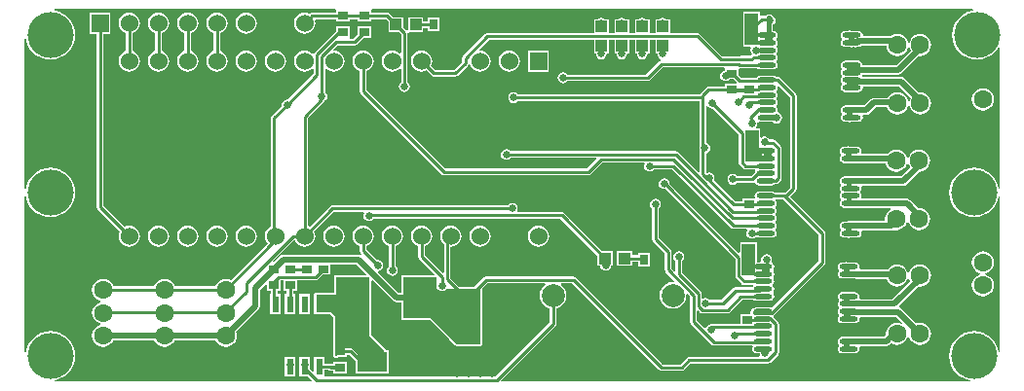
<source format=gtl>
G04 Layer_Physical_Order=1*
G04 Layer_Color=255*
%FSLAX25Y25*%
%MOIN*%
G70*
G01*
G75*
%ADD10R,0.02756X0.03543*%
%ADD11R,0.03543X0.02756*%
%ADD12R,0.05709X0.08071*%
%ADD13R,0.09843X0.06693*%
%ADD14R,0.10236X0.03740*%
%ADD15R,0.11417X0.13976*%
%ADD16O,0.06299X0.01772*%
%ADD17R,0.03937X0.03937*%
%ADD18R,0.03937X0.03937*%
%ADD19R,0.04528X0.10630*%
%ADD20R,0.02362X0.05709*%
%ADD21R,0.13583X0.10079*%
%ADD22C,0.01000*%
%ADD23C,0.02000*%
%ADD24C,0.01500*%
%ADD25C,0.06000*%
%ADD26R,0.06000X0.06000*%
%ADD27C,0.07874*%
%ADD28C,0.15748*%
%ADD29C,0.06300*%
%ADD30C,0.02500*%
G36*
X488078Y290735D02*
Y259665D01*
X486331Y257917D01*
X486205D01*
X486205Y257917D01*
X486205Y257917D01*
X482913D01*
X482497Y258195D01*
X481917Y258310D01*
X477390D01*
X476810Y258195D01*
X476319Y257866D01*
X475990Y257375D01*
X475875Y256795D01*
X475974Y256297D01*
X475727Y255797D01*
X471849D01*
Y254940D01*
X469165D01*
X461996Y262109D01*
X462043Y262178D01*
X462186Y262900D01*
X462043Y263622D01*
X461634Y264234D01*
X461022Y264643D01*
X460300Y264786D01*
X459780Y264683D01*
X459362Y264996D01*
X459322Y265063D01*
Y271398D01*
X459622Y271457D01*
X460234Y271866D01*
X460643Y272478D01*
X460786Y273200D01*
X460643Y273922D01*
X460234Y274534D01*
X459622Y274943D01*
X459322Y275002D01*
Y287501D01*
X459822Y287653D01*
X460107Y287225D01*
X460719Y286816D01*
X461441Y286673D01*
X461691Y286723D01*
X470515Y277899D01*
Y268230D01*
X470515Y268229D01*
X470600Y267800D01*
X470843Y267436D01*
X472041Y266238D01*
X472405Y265995D01*
X472834Y265910D01*
X472834Y265910D01*
X476008D01*
X476059Y265850D01*
X476229Y265410D01*
X475990Y265052D01*
X475954Y264873D01*
X474703Y263621D01*
X469976D01*
X469834Y263834D01*
X469222Y264243D01*
X468500Y264386D01*
X467778Y264243D01*
X467166Y263834D01*
X466757Y263222D01*
X466614Y262500D01*
X466757Y261778D01*
X467166Y261166D01*
X467778Y260757D01*
X468500Y260614D01*
X469222Y260757D01*
X469834Y261166D01*
X469976Y261379D01*
X475168D01*
X475168Y261378D01*
X475460Y261437D01*
X475744Y261381D01*
X476087Y261189D01*
X476319Y260842D01*
X476810Y260514D01*
X477390Y260399D01*
X481917D01*
X482497Y260514D01*
X482913Y260792D01*
X483200D01*
X483200Y260792D01*
X483629Y260877D01*
X483993Y261120D01*
X484893Y262020D01*
X484893Y262020D01*
X485136Y262384D01*
X485222Y262813D01*
Y273100D01*
X485222Y273100D01*
X485136Y273529D01*
X484893Y273893D01*
X484893Y273893D01*
X482993Y275793D01*
X482629Y276036D01*
X482200Y276122D01*
X482200Y276121D01*
X480992D01*
X480804Y276309D01*
X480698Y276469D01*
X480538Y276576D01*
X480157Y276957D01*
X479793Y277200D01*
X479364Y277285D01*
X478935Y277200D01*
X478571Y276957D01*
X478418Y276729D01*
X478364Y276692D01*
X477864Y276959D01*
Y279915D01*
X476558D01*
X476422Y280188D01*
X476366Y280415D01*
X476743Y280978D01*
X476886Y281700D01*
X476840Y281932D01*
X476990Y282091D01*
X477280Y282283D01*
X477768Y282186D01*
X482153D01*
X482166Y282166D01*
X482778Y281757D01*
X483500Y281614D01*
X484222Y281757D01*
X484834Y282166D01*
X485243Y282778D01*
X485386Y283500D01*
X485243Y284222D01*
X484834Y284834D01*
X484222Y285243D01*
X484029Y285281D01*
X483947Y285379D01*
X483729Y285851D01*
X483810Y286260D01*
X483695Y286840D01*
X483452Y287203D01*
X483399Y287539D01*
X483452Y287875D01*
X483695Y288239D01*
X483810Y288819D01*
X483695Y289399D01*
X483366Y289890D01*
Y290307D01*
X483695Y290798D01*
X483810Y291378D01*
X483695Y291958D01*
X483452Y292321D01*
X483399Y292657D01*
X483452Y292993D01*
X483695Y293357D01*
X483810Y293937D01*
X483721Y294386D01*
X484156Y294658D01*
X488078Y290735D01*
D02*
G37*
G36*
X382000Y206000D02*
X374000D01*
X365000Y215000D01*
X356000D01*
Y225000D01*
X367443D01*
X367666Y224666D01*
X368278Y224257D01*
X369000Y224114D01*
X369722Y224257D01*
X370334Y224666D01*
X370557Y225000D01*
X382000D01*
Y206000D01*
D02*
G37*
G36*
X344000Y215000D02*
Y209000D01*
X349000Y204000D01*
Y202000D01*
X340898D01*
X338593Y204305D01*
X338229Y204548D01*
X337800Y204633D01*
X337800Y204633D01*
X334000D01*
X333571Y204548D01*
X333207Y204305D01*
X332964Y203941D01*
X332878Y203512D01*
X332964Y203083D01*
X333207Y202719D01*
X333534Y202500D01*
X333539Y202464D01*
X333235Y202000D01*
X332351D01*
Y215649D01*
X331000Y217000D01*
X326000D01*
Y223000D01*
X344000D01*
Y215000D01*
D02*
G37*
G36*
X550613Y320378D02*
X550339Y320351D01*
X548741Y319867D01*
X547269Y319080D01*
X545979Y318021D01*
X544920Y316731D01*
X544133Y315259D01*
X543649Y313661D01*
X543485Y312000D01*
X543649Y310339D01*
X544133Y308741D01*
X544920Y307269D01*
X545979Y305979D01*
X547269Y304920D01*
X548741Y304133D01*
X550339Y303649D01*
X552000Y303485D01*
X553661Y303649D01*
X555259Y304133D01*
X556731Y304920D01*
X558021Y305979D01*
X559080Y307269D01*
X559378Y307828D01*
X559878Y307702D01*
Y259411D01*
X559378Y259387D01*
X559351Y259661D01*
X558867Y261259D01*
X558080Y262731D01*
X557021Y264021D01*
X555731Y265080D01*
X554259Y265867D01*
X552661Y266351D01*
X551000Y266515D01*
X549339Y266351D01*
X547741Y265867D01*
X546269Y265080D01*
X544979Y264021D01*
X543920Y262731D01*
X543133Y261259D01*
X542649Y259661D01*
X542485Y258000D01*
X542649Y256339D01*
X543133Y254741D01*
X543920Y253269D01*
X544979Y251979D01*
X546269Y250920D01*
X547741Y250133D01*
X549339Y249649D01*
X551000Y249485D01*
X552661Y249649D01*
X554259Y250133D01*
X555731Y250920D01*
X557021Y251979D01*
X558080Y253269D01*
X558867Y254741D01*
X559351Y256339D01*
X559378Y256613D01*
X559878Y256589D01*
Y203411D01*
X559378Y203387D01*
X559351Y203661D01*
X558867Y205259D01*
X558080Y206731D01*
X557021Y208021D01*
X555731Y209080D01*
X554259Y209867D01*
X552661Y210351D01*
X551000Y210515D01*
X549339Y210351D01*
X547741Y209867D01*
X546269Y209080D01*
X544979Y208021D01*
X543920Y206731D01*
X543133Y205259D01*
X542649Y203661D01*
X542485Y202000D01*
X542649Y200339D01*
X543133Y198741D01*
X543920Y197269D01*
X544979Y195979D01*
X546269Y194920D01*
X547741Y194133D01*
X549339Y193649D01*
X549613Y193622D01*
X549589Y193122D01*
X389361D01*
X389170Y193584D01*
X407793Y212207D01*
X407793Y212207D01*
X408036Y212571D01*
X408122Y213000D01*
X408121Y213000D01*
Y218256D01*
X408184Y218265D01*
X409288Y218722D01*
X410236Y219449D01*
X410963Y220397D01*
X411420Y221501D01*
X411576Y222685D01*
X411420Y223869D01*
X410963Y224973D01*
X410236Y225921D01*
X409640Y226378D01*
X409809Y226878D01*
X413535D01*
X443244Y197170D01*
X443244Y197170D01*
X443608Y196927D01*
X444037Y196841D01*
X444037Y196841D01*
X450963D01*
X450963Y196841D01*
X451392Y196927D01*
X451756Y197170D01*
X453965Y199378D01*
X480536D01*
X480536Y199378D01*
X480793Y199430D01*
X480965Y199464D01*
X480965Y199464D01*
X481329Y199707D01*
X483976Y202354D01*
X483976Y202354D01*
X484219Y202718D01*
X484304Y203147D01*
Y212925D01*
X484304Y212925D01*
X484219Y213354D01*
X483976Y213718D01*
X482632Y215062D01*
X482596Y215241D01*
X482533Y215337D01*
X482440Y215854D01*
X482621Y216035D01*
X499793Y233207D01*
X499793Y233207D01*
X500036Y233571D01*
X500122Y234000D01*
X500122Y234000D01*
Y244000D01*
X500122Y244000D01*
X500036Y244429D01*
X499793Y244793D01*
X499793Y244793D01*
X488086Y256500D01*
X489993Y258407D01*
X490236Y258771D01*
X490322Y259200D01*
X490322Y259200D01*
Y291200D01*
X490322Y291200D01*
X490236Y291629D01*
X489993Y291993D01*
X489993Y291993D01*
X484697Y297289D01*
X484333Y297532D01*
X483904Y297618D01*
X483904Y297618D01*
X483291D01*
X482875Y297896D01*
X482295Y298011D01*
X477768D01*
X477188Y297896D01*
X476696Y297567D01*
X476532Y297322D01*
X471320D01*
X470372Y298270D01*
Y300074D01*
X470831Y300493D01*
X476772D01*
X477188Y300215D01*
X477768Y300099D01*
X482295D01*
X482875Y300215D01*
X483366Y300543D01*
X483695Y301034D01*
X483810Y301614D01*
X483695Y302194D01*
X483366Y302685D01*
Y303102D01*
X483695Y303593D01*
X483810Y304173D01*
X483695Y304753D01*
X483452Y305117D01*
X483399Y305453D01*
X483452Y305789D01*
X483695Y306153D01*
X483810Y306732D01*
X483695Y307312D01*
X483366Y307803D01*
Y308220D01*
X483695Y308712D01*
X483810Y309291D01*
X483695Y309871D01*
X483452Y310235D01*
X483399Y310571D01*
X483452Y310907D01*
X483695Y311271D01*
X483810Y311850D01*
X483695Y312430D01*
X483366Y312922D01*
X482875Y313250D01*
X482295Y313365D01*
X482219D01*
Y315426D01*
X482578Y315666D01*
X482987Y316278D01*
X483130Y317000D01*
X482987Y317722D01*
X482578Y318334D01*
X481966Y318743D01*
X481766Y318782D01*
X481369Y319047D01*
X480843Y319152D01*
X480316Y319047D01*
X479869Y318749D01*
X479717Y318521D01*
X478294D01*
X478294Y318522D01*
X478269Y318517D01*
X477769Y318927D01*
Y319915D01*
X472042D01*
Y308085D01*
X474535D01*
X474802Y307585D01*
X474715Y307454D01*
X474572Y306732D01*
X474715Y306011D01*
X474937Y305678D01*
X474948Y305641D01*
X474823Y305052D01*
X474810Y305037D01*
X474704Y304966D01*
X474704Y304966D01*
X474509Y304771D01*
X471116D01*
X471116Y304772D01*
X470971Y304743D01*
X464803D01*
X460524Y309022D01*
X457253Y312293D01*
X456889Y312536D01*
X456460Y312622D01*
X456460Y312621D01*
X447081D01*
Y317385D01*
X445757D01*
X445222Y317743D01*
X444500Y317886D01*
X443778Y317743D01*
X443243Y317385D01*
X441944D01*
Y312621D01*
X440094D01*
Y317385D01*
X438758D01*
X438222Y317743D01*
X437500Y317886D01*
X436778Y317743D01*
X436242Y317385D01*
X434957D01*
Y312621D01*
X433106D01*
Y317385D01*
X431757D01*
X431222Y317743D01*
X430500Y317886D01*
X429778Y317743D01*
X429243Y317385D01*
X427969D01*
Y312621D01*
X426119D01*
Y317385D01*
X424758D01*
X424222Y317743D01*
X423500Y317886D01*
X422778Y317743D01*
X422242Y317385D01*
X420982D01*
Y312621D01*
X384500D01*
X384071Y312536D01*
X383707Y312293D01*
X383707Y312293D01*
X376207Y304793D01*
X375964Y304429D01*
X375878Y304000D01*
X375879Y304000D01*
Y302666D01*
X373134Y299921D01*
X366665D01*
X365220Y301366D01*
X365507Y302060D01*
X365631Y303000D01*
X365507Y303940D01*
X365145Y304816D01*
X364567Y305568D01*
X363815Y306145D01*
X362940Y306507D01*
X362000Y306631D01*
X361060Y306507D01*
X360185Y306145D01*
X359433Y305568D01*
X358855Y304816D01*
X358493Y303940D01*
X358369Y303000D01*
X358493Y302060D01*
X358855Y301185D01*
X359433Y300432D01*
X360185Y299855D01*
X361060Y299493D01*
X362000Y299369D01*
X362940Y299493D01*
X363634Y299780D01*
X365407Y298007D01*
X365407Y298007D01*
X365771Y297764D01*
X366200Y297678D01*
X366200Y297678D01*
X373598D01*
X373598Y297678D01*
X374027Y297764D01*
X374391Y298007D01*
X377793Y301409D01*
X377793Y301409D01*
X378036Y301772D01*
X378047Y301829D01*
X378567Y301880D01*
X378855Y301185D01*
X379433Y300432D01*
X380185Y299855D01*
X381060Y299493D01*
X382000Y299369D01*
X382940Y299493D01*
X383816Y299855D01*
X384567Y300432D01*
X385145Y301185D01*
X385507Y302060D01*
X385631Y303000D01*
X385507Y303940D01*
X385145Y304816D01*
X384567Y305568D01*
X383816Y306145D01*
X382940Y306507D01*
X382000Y306631D01*
X381870Y306614D01*
X381648Y307062D01*
X384965Y310379D01*
X420982D01*
Y305555D01*
X421569D01*
X421614Y305500D01*
X421757Y304778D01*
X422166Y304166D01*
X422778Y303757D01*
X423500Y303614D01*
X424222Y303757D01*
X424834Y304166D01*
X425243Y304778D01*
X425386Y305500D01*
X425431Y305555D01*
X426119D01*
Y310379D01*
X427969D01*
Y305555D01*
X428569D01*
X428614Y305500D01*
X428757Y304778D01*
X429166Y304166D01*
X429778Y303757D01*
X430500Y303614D01*
X431222Y303757D01*
X431834Y304166D01*
X432243Y304778D01*
X432386Y305500D01*
X432431Y305555D01*
X433106D01*
Y310379D01*
X434957D01*
Y305555D01*
X435569D01*
X435614Y305500D01*
X435757Y304778D01*
X436166Y304166D01*
X436778Y303757D01*
X437500Y303614D01*
X438222Y303757D01*
X438834Y304166D01*
X439243Y304778D01*
X439386Y305500D01*
X439431Y305555D01*
X440094D01*
Y310379D01*
X441944D01*
Y305555D01*
X442569D01*
X442614Y305500D01*
X442757Y304778D01*
X443166Y304166D01*
X443778Y303757D01*
X443888Y303735D01*
X444065Y303190D01*
X444021Y303143D01*
X443592Y303057D01*
X443228Y302814D01*
X443228Y302814D01*
X438835Y298422D01*
X411876D01*
X411734Y298634D01*
X411122Y299043D01*
X410400Y299186D01*
X409678Y299043D01*
X409066Y298634D01*
X408657Y298022D01*
X408514Y297300D01*
X408657Y296578D01*
X409066Y295966D01*
X409678Y295557D01*
X410400Y295414D01*
X411122Y295557D01*
X411734Y295966D01*
X411876Y296179D01*
X439300D01*
X439300Y296178D01*
X439729Y296264D01*
X440093Y296507D01*
X444486Y300900D01*
X465197D01*
X465628Y300734D01*
Y299812D01*
X465278Y299743D01*
X464666Y299334D01*
X464257Y298722D01*
X464114Y298000D01*
X464257Y297278D01*
X464666Y296666D01*
X465278Y296257D01*
X466000Y296114D01*
X466722Y296257D01*
X467334Y296666D01*
X467409Y296778D01*
X468692D01*
X469748Y295722D01*
X469541Y295222D01*
X465628D01*
Y294366D01*
X460244D01*
X459815Y294280D01*
X459451Y294037D01*
X459451Y294037D01*
X457407Y291993D01*
X457164Y291629D01*
X457162Y291621D01*
X394976D01*
X394834Y291834D01*
X394222Y292243D01*
X393500Y292386D01*
X392778Y292243D01*
X392166Y291834D01*
X391757Y291222D01*
X391614Y290500D01*
X391757Y289778D01*
X392166Y289166D01*
X392778Y288757D01*
X393500Y288614D01*
X394222Y288757D01*
X394834Y289166D01*
X394976Y289378D01*
X457078D01*
Y273525D01*
X457014Y273200D01*
X457078Y272875D01*
Y265161D01*
X456616Y264970D01*
X449793Y271793D01*
X449429Y272036D01*
X449000Y272122D01*
X449000Y272122D01*
X392476D01*
X392334Y272334D01*
X391722Y272743D01*
X391000Y272886D01*
X390278Y272743D01*
X389666Y272334D01*
X389257Y271722D01*
X389114Y271000D01*
X389257Y270278D01*
X389666Y269666D01*
X390278Y269257D01*
X391000Y269114D01*
X391722Y269257D01*
X392334Y269666D01*
X392476Y269879D01*
X421639D01*
X421830Y269416D01*
X418535Y266122D01*
X370141D01*
X343122Y293141D01*
Y299568D01*
X343815Y299855D01*
X344567Y300432D01*
X345145Y301185D01*
X345507Y302060D01*
X345631Y303000D01*
X345507Y303940D01*
X345145Y304816D01*
X344567Y305568D01*
X343815Y306145D01*
X342940Y306507D01*
X342000Y306631D01*
X341060Y306507D01*
X340184Y306145D01*
X339433Y305568D01*
X338855Y304816D01*
X338493Y303940D01*
X338369Y303000D01*
X338493Y302060D01*
X338855Y301185D01*
X339433Y300432D01*
X340184Y299855D01*
X340879Y299568D01*
Y292677D01*
X340878Y292677D01*
X340964Y292247D01*
X341207Y291883D01*
X368883Y264207D01*
X368883Y264207D01*
X369247Y263964D01*
X369677Y263878D01*
X419000D01*
X419000Y263878D01*
X419429Y263964D01*
X419793Y264207D01*
X423815Y268229D01*
X438065D01*
X438301Y267788D01*
X438257Y267722D01*
X438114Y267000D01*
X438257Y266278D01*
X438666Y265666D01*
X439278Y265257D01*
X440000Y265114D01*
X440722Y265257D01*
X441334Y265666D01*
X441476Y265879D01*
X447773D01*
X467885Y245766D01*
X468249Y245523D01*
X468678Y245437D01*
X468678Y245437D01*
X473134D01*
X473401Y244937D01*
X473257Y244722D01*
X473114Y244000D01*
X473257Y243278D01*
X473666Y242666D01*
X474278Y242257D01*
X475000Y242114D01*
X475722Y242257D01*
X476334Y242666D01*
X476450Y242841D01*
X476810Y242600D01*
X477390Y242485D01*
X481917D01*
X482497Y242600D01*
X482989Y242929D01*
X483317Y243420D01*
X483432Y244000D01*
X483317Y244580D01*
X483074Y244943D01*
X483021Y245280D01*
X483074Y245616D01*
X483317Y245979D01*
X483432Y246559D01*
X483317Y247139D01*
X482989Y247630D01*
Y248047D01*
X483317Y248538D01*
X483432Y249118D01*
X483317Y249698D01*
X482989Y250189D01*
Y250606D01*
X483317Y251097D01*
X483432Y251677D01*
X483317Y252257D01*
X483074Y252621D01*
X483021Y252957D01*
X483074Y253293D01*
X483317Y253657D01*
X483432Y254236D01*
X483317Y254816D01*
X483078Y255174D01*
X483249Y255614D01*
X483299Y255674D01*
X485740D01*
X497878Y243535D01*
Y234465D01*
X481931Y218517D01*
X481777Y218620D01*
X481197Y218735D01*
X476669D01*
X476089Y218620D01*
X475651Y218327D01*
X475298Y218257D01*
X474934Y218014D01*
X474691Y217650D01*
X474606Y217220D01*
Y216722D01*
X474606Y216722D01*
X474606Y216722D01*
X474195Y216222D01*
X471128D01*
Y212888D01*
X461766D01*
X461766Y212888D01*
X461380Y212811D01*
X461000Y212886D01*
X460278Y212743D01*
X459666Y212334D01*
X459257Y211722D01*
X459242Y211644D01*
X458764Y211499D01*
X456172Y214091D01*
Y217266D01*
X456634Y217457D01*
X457233Y216857D01*
X457233Y216857D01*
X457597Y216614D01*
X458027Y216528D01*
X458027Y216529D01*
X466689D01*
X466689Y216528D01*
X467118Y216614D01*
X467482Y216857D01*
X471737Y221112D01*
X475380D01*
X475390Y221106D01*
X475391Y221106D01*
X475391Y221106D01*
X475607Y221063D01*
X475819Y221021D01*
X475820Y221021D01*
X475820Y221021D01*
X475933Y221043D01*
X476089Y220939D01*
X476669Y220824D01*
X481197D01*
X481777Y220939D01*
X482268Y221267D01*
X482596Y221759D01*
X482712Y222339D01*
X482596Y222918D01*
X482353Y223282D01*
X482301Y223618D01*
X482353Y223954D01*
X482596Y224318D01*
X482712Y224898D01*
X482596Y225477D01*
X482268Y225969D01*
Y226386D01*
X482596Y226877D01*
X482712Y227457D01*
X482596Y228036D01*
X482353Y228400D01*
X482301Y228736D01*
X482353Y229072D01*
X482596Y229436D01*
X482712Y230016D01*
X482596Y230595D01*
X482353Y230959D01*
X482301Y231295D01*
X482353Y231631D01*
X482596Y231995D01*
X482712Y232575D01*
X482596Y233155D01*
X482268Y233646D01*
X482028Y233806D01*
X481743Y234278D01*
X481886Y235000D01*
X481743Y235722D01*
X481334Y236334D01*
X480722Y236743D01*
X480000Y236886D01*
X479278Y236743D01*
X478666Y236334D01*
X478257Y235722D01*
X478114Y235000D01*
X478195Y234590D01*
X477828Y234090D01*
X476769D01*
Y240915D01*
X471042D01*
Y237426D01*
X470580Y237235D01*
X446874Y260941D01*
X446886Y261000D01*
X446743Y261722D01*
X446334Y262334D01*
X445722Y262743D01*
X445000Y262886D01*
X444278Y262743D01*
X443666Y262334D01*
X443257Y261722D01*
X443114Y261000D01*
X443257Y260278D01*
X443666Y259666D01*
X444278Y259257D01*
X445000Y259114D01*
X445441Y259202D01*
X469420Y235222D01*
Y229229D01*
X469420Y229229D01*
X469506Y228800D01*
X469749Y228436D01*
X471521Y226664D01*
X471521Y226664D01*
X471885Y226421D01*
X472314Y226335D01*
X472315Y226335D01*
X475287D01*
X475338Y226275D01*
X475505Y225846D01*
X475242Y225446D01*
X469324D01*
X469324Y225446D01*
X468895Y225361D01*
X468531Y225117D01*
X468531Y225117D01*
X464535Y221122D01*
X460476D01*
X460334Y221334D01*
X459722Y221743D01*
X459000Y221886D01*
X458278Y221743D01*
X458213Y221699D01*
X457772Y221935D01*
Y223421D01*
X457772Y223421D01*
X457686Y223850D01*
X457443Y224214D01*
X451122Y230536D01*
Y234524D01*
X451334Y234666D01*
X451743Y235278D01*
X451886Y236000D01*
X451743Y236722D01*
X451334Y237334D01*
X450722Y237743D01*
X450000Y237886D01*
X449278Y237743D01*
X448666Y237334D01*
X448257Y236722D01*
X448114Y236000D01*
X448257Y235278D01*
X448666Y234666D01*
X448878Y234524D01*
Y231169D01*
X448417Y230978D01*
X447450Y231944D01*
Y237671D01*
X447365Y238101D01*
X447122Y238464D01*
X447122Y238464D01*
X443122Y242465D01*
Y252524D01*
X443334Y252666D01*
X443743Y253278D01*
X443886Y254000D01*
X443743Y254722D01*
X443334Y255334D01*
X442722Y255743D01*
X442000Y255886D01*
X441278Y255743D01*
X440666Y255334D01*
X440257Y254722D01*
X440114Y254000D01*
X440257Y253278D01*
X440666Y252666D01*
X440878Y252524D01*
Y242000D01*
X440878Y242000D01*
X440964Y241571D01*
X441207Y241207D01*
X445207Y237207D01*
Y231480D01*
X445207Y231480D01*
X445293Y231050D01*
X445536Y230687D01*
X448557Y227665D01*
X448336Y227217D01*
X448000Y227261D01*
X446816Y227105D01*
X445712Y226648D01*
X444764Y225921D01*
X444037Y224973D01*
X443580Y223869D01*
X443424Y222685D01*
X443580Y221501D01*
X444037Y220397D01*
X444764Y219449D01*
X445712Y218722D01*
X446816Y218265D01*
X448000Y218109D01*
X449184Y218265D01*
X450288Y218722D01*
X451236Y219449D01*
X451963Y220397D01*
X452420Y221501D01*
X452576Y222685D01*
X452532Y223021D01*
X452980Y223242D01*
X453928Y222294D01*
Y213627D01*
X453928Y213627D01*
X454014Y213197D01*
X454257Y212833D01*
X461234Y205857D01*
X461234Y205857D01*
X461597Y205614D01*
X462027Y205528D01*
X475018D01*
X475285Y205029D01*
X475270Y205005D01*
X475154Y204425D01*
X475270Y203846D01*
X475598Y203354D01*
X476089Y203026D01*
X476669Y202910D01*
X477632D01*
X477757Y202278D01*
X477862Y202122D01*
X477595Y201622D01*
X453500D01*
X453071Y201536D01*
X452707Y201293D01*
X452707Y201293D01*
X450498Y199084D01*
X444502D01*
X414793Y228793D01*
X414429Y229036D01*
X414000Y229122D01*
X414000Y229121D01*
X384000D01*
X384000Y229122D01*
X383571Y229036D01*
X383207Y228793D01*
X383207Y228793D01*
X380063Y225649D01*
X374937D01*
X371903Y228683D01*
Y239284D01*
X372000Y239369D01*
X372940Y239493D01*
X373815Y239855D01*
X374568Y240433D01*
X375145Y241184D01*
X375507Y242060D01*
X375631Y243000D01*
X375507Y243940D01*
X375145Y244815D01*
X374568Y245567D01*
X373815Y246145D01*
X372940Y246507D01*
X372000Y246631D01*
X371060Y246507D01*
X370184Y246145D01*
X369432Y245567D01*
X368855Y244815D01*
X368493Y243940D01*
X368369Y243000D01*
X368493Y242060D01*
X368855Y241184D01*
X369432Y240433D01*
X369660Y240258D01*
Y230579D01*
X369198Y230388D01*
X363122Y236465D01*
Y239568D01*
X363815Y239855D01*
X364567Y240433D01*
X365145Y241184D01*
X365507Y242060D01*
X365631Y243000D01*
X365507Y243940D01*
X365145Y244815D01*
X364567Y245567D01*
X363815Y246145D01*
X362940Y246507D01*
X362000Y246631D01*
X361060Y246507D01*
X360185Y246145D01*
X359433Y245567D01*
X358855Y244815D01*
X358493Y243940D01*
X358369Y243000D01*
X358493Y242060D01*
X358855Y241184D01*
X359433Y240433D01*
X360185Y239855D01*
X360878Y239568D01*
Y236000D01*
X360878Y236000D01*
X360964Y235571D01*
X361207Y235207D01*
X366364Y230050D01*
X366172Y229588D01*
X355109D01*
Y223631D01*
X354218D01*
X347205Y230645D01*
X347369Y231187D01*
X347722Y231257D01*
X348334Y231666D01*
X348743Y232278D01*
X348886Y233000D01*
X348743Y233722D01*
X348334Y234334D01*
X347722Y234743D01*
X347000Y234886D01*
X346750Y234837D01*
X343122Y238465D01*
Y239568D01*
X343815Y239855D01*
X344567Y240433D01*
X345145Y241184D01*
X345507Y242060D01*
X345631Y243000D01*
X345507Y243940D01*
X345145Y244815D01*
X344567Y245567D01*
X343815Y246145D01*
X342940Y246507D01*
X342000Y246631D01*
X341060Y246507D01*
X340184Y246145D01*
X339433Y245567D01*
X338855Y244815D01*
X338493Y243940D01*
X338369Y243000D01*
X338493Y242060D01*
X338855Y241184D01*
X339433Y240433D01*
X340184Y239855D01*
X340879Y239568D01*
Y238000D01*
X340878Y238000D01*
X340964Y237571D01*
X341207Y237207D01*
X341585Y236829D01*
X341266Y236440D01*
X341166Y236507D01*
X340542Y236631D01*
X332800D01*
X332561Y236584D01*
X332323Y236631D01*
X314732D01*
X314108Y236507D01*
X313579Y236154D01*
X311410Y233985D01*
X311300Y234007D01*
X311136Y234550D01*
X318155Y241569D01*
X318745Y241452D01*
X318855Y241184D01*
X319432Y240433D01*
X320184Y239855D01*
X321060Y239493D01*
X322000Y239369D01*
X322940Y239493D01*
X323815Y239855D01*
X324568Y240433D01*
X325145Y241184D01*
X325507Y242060D01*
X325631Y243000D01*
X325507Y243940D01*
X325220Y244634D01*
X331965Y251378D01*
X342095D01*
X342362Y250879D01*
X342257Y250722D01*
X342114Y250000D01*
X342257Y249278D01*
X342666Y248666D01*
X343278Y248257D01*
X344000Y248114D01*
X344722Y248257D01*
X345334Y248666D01*
X345576Y249028D01*
X409558D01*
X422238Y236348D01*
Y232798D01*
X423154D01*
X423257Y232278D01*
X423666Y231666D01*
X424278Y231257D01*
X425000Y231114D01*
X425722Y231257D01*
X426334Y231666D01*
X426743Y232278D01*
X426846Y232798D01*
X427376D01*
Y237934D01*
X423825D01*
X410816Y250943D01*
X410452Y251186D01*
X410023Y251272D01*
X410023Y251272D01*
X394935D01*
X394699Y251712D01*
X394743Y251778D01*
X394886Y252500D01*
X394743Y253222D01*
X394334Y253834D01*
X393722Y254243D01*
X393000Y254386D01*
X392278Y254243D01*
X391666Y253834D01*
X391524Y253622D01*
X331500D01*
X331500Y253622D01*
X331071Y253536D01*
X330707Y253293D01*
X330707Y253293D01*
X323634Y246220D01*
X323122Y246432D01*
Y283535D01*
X328693Y289107D01*
X328932Y289465D01*
X329234Y289666D01*
X329643Y290278D01*
X329786Y291000D01*
X329643Y291722D01*
X329234Y292334D01*
X329022Y292476D01*
Y300220D01*
X329521Y300364D01*
X330185Y299855D01*
X331060Y299493D01*
X332000Y299369D01*
X332940Y299493D01*
X333816Y299855D01*
X334567Y300432D01*
X335145Y301185D01*
X335507Y302060D01*
X335631Y303000D01*
X335507Y303940D01*
X335145Y304816D01*
X334567Y305568D01*
X333816Y306145D01*
X332940Y306507D01*
X332111Y306616D01*
X331859Y307072D01*
X333166Y308379D01*
X339000D01*
X339000Y308378D01*
X339429Y308464D01*
X339793Y308707D01*
X342108Y311022D01*
X344872D01*
Y314978D01*
X340128D01*
Y312214D01*
X338535Y310622D01*
X337640D01*
X337372Y311010D01*
Y314966D01*
X332628D01*
Y313276D01*
X325307Y305954D01*
X325118Y305671D01*
X324702Y305574D01*
X324568Y305568D01*
X323815Y306145D01*
X322940Y306507D01*
X322000Y306631D01*
X321060Y306507D01*
X320184Y306145D01*
X319432Y305568D01*
X318855Y304816D01*
X318493Y303940D01*
X318369Y303000D01*
X318493Y302060D01*
X318855Y301185D01*
X319432Y300432D01*
X320184Y299855D01*
X321060Y299493D01*
X322000Y299369D01*
X322940Y299493D01*
X323815Y299855D01*
X324479Y300364D01*
X324978Y300220D01*
Y298565D01*
X316250Y289837D01*
X316000Y289886D01*
X315278Y289743D01*
X314666Y289334D01*
X314257Y288722D01*
X314114Y288000D01*
X314163Y287750D01*
X310707Y284293D01*
X310464Y283929D01*
X310378Y283500D01*
X310379Y283500D01*
Y246225D01*
X310185Y246145D01*
X309433Y245567D01*
X308855Y244815D01*
X308493Y243940D01*
X308369Y243000D01*
X308493Y242060D01*
X308855Y241184D01*
X309342Y240550D01*
X296749Y227957D01*
X295979Y228275D01*
X295000Y228404D01*
X294021Y228275D01*
X293109Y227898D01*
X292325Y227296D01*
X291724Y226513D01*
X291458Y225869D01*
X277542D01*
X277276Y226513D01*
X276675Y227296D01*
X275891Y227898D01*
X274979Y228275D01*
X274000Y228404D01*
X273021Y228275D01*
X272109Y227898D01*
X271326Y227296D01*
X270725Y226513D01*
X270458Y225869D01*
X256542D01*
X256276Y226513D01*
X255675Y227296D01*
X254891Y227898D01*
X253979Y228275D01*
X253000Y228404D01*
X252021Y228275D01*
X251109Y227898D01*
X250325Y227296D01*
X249724Y226513D01*
X249346Y225601D01*
X249218Y224622D01*
X249346Y223643D01*
X249724Y222731D01*
X250325Y221948D01*
X251109Y221346D01*
X252021Y220969D01*
X252259Y220937D01*
Y220433D01*
X252021Y220402D01*
X251109Y220024D01*
X250325Y219423D01*
X249724Y218639D01*
X249346Y217727D01*
X249218Y216748D01*
X249346Y215769D01*
X249724Y214857D01*
X250325Y214073D01*
X251109Y213472D01*
X252021Y213094D01*
X252259Y213063D01*
Y212559D01*
X252021Y212527D01*
X251109Y212150D01*
X250325Y211548D01*
X249724Y210765D01*
X249346Y209853D01*
X249218Y208874D01*
X249346Y207895D01*
X249724Y206983D01*
X250325Y206200D01*
X251109Y205598D01*
X252021Y205221D01*
X253000Y205092D01*
X253979Y205221D01*
X254891Y205598D01*
X255675Y206200D01*
X256276Y206983D01*
X256435Y207369D01*
X270565D01*
X270725Y206983D01*
X271326Y206200D01*
X272109Y205598D01*
X273021Y205221D01*
X274000Y205092D01*
X274979Y205221D01*
X275891Y205598D01*
X276675Y206200D01*
X277276Y206983D01*
X277436Y207369D01*
X291565D01*
X291724Y206983D01*
X292325Y206200D01*
X293109Y205598D01*
X294021Y205221D01*
X295000Y205092D01*
X295979Y205221D01*
X296891Y205598D01*
X297674Y206200D01*
X298276Y206983D01*
X298654Y207895D01*
X298782Y208874D01*
X298654Y209853D01*
X298546Y210113D01*
X306153Y217721D01*
X306507Y218250D01*
X306631Y218874D01*
X306631Y218874D01*
Y224592D01*
X308655Y226615D01*
X309117Y226424D01*
Y224266D01*
X310367D01*
Y223183D01*
X310207D01*
Y216274D01*
X313769D01*
Y223183D01*
X312610D01*
Y224266D01*
X313860D01*
Y227878D01*
X314783D01*
Y224266D01*
X315867D01*
Y223183D01*
X315207D01*
Y216274D01*
X318769D01*
Y223183D01*
X318110D01*
Y224266D01*
X319527D01*
Y227878D01*
X325732D01*
X325732Y227878D01*
X326161Y227964D01*
X326525Y228207D01*
X328096Y229778D01*
X330860D01*
Y233369D01*
X332323D01*
X332561Y233416D01*
X332800Y233369D01*
X339866D01*
X343185Y230050D01*
X342994Y229588D01*
X332274D01*
Y223649D01*
X326000D01*
X325541Y223459D01*
X325426Y223183D01*
X325207D01*
Y216274D01*
X328769D01*
Y216351D01*
X330731D01*
X331701Y215380D01*
Y205490D01*
X331628D01*
Y201534D01*
X331908D01*
X332351Y201351D01*
X333235D01*
X333299Y201377D01*
X333367Y201364D01*
X333521Y201469D01*
X333677Y201534D01*
X336372D01*
Y202390D01*
X337335D01*
X339605Y200121D01*
Y196054D01*
X350647D01*
Y203946D01*
X349649D01*
Y204000D01*
X349459Y204459D01*
X344649Y209269D01*
Y214412D01*
X344891D01*
Y227691D01*
X345353Y227882D01*
X352389Y220847D01*
X352918Y220493D01*
X353542Y220369D01*
X355109D01*
Y214412D01*
X355852D01*
X356000Y214351D01*
X364731D01*
X371282Y207800D01*
Y207530D01*
X371552D01*
X373541Y205541D01*
X374000Y205351D01*
X382000D01*
X382459Y205541D01*
X382649Y206000D01*
Y207530D01*
X382718D01*
Y212470D01*
X382649D01*
Y225000D01*
X382631Y225045D01*
X384465Y226878D01*
X404191D01*
X404360Y226378D01*
X403764Y225921D01*
X403037Y224973D01*
X402580Y223869D01*
X402424Y222685D01*
X402580Y221501D01*
X403037Y220397D01*
X403764Y219449D01*
X404712Y218722D01*
X405816Y218265D01*
X405878Y218256D01*
Y213465D01*
X387180Y194766D01*
X329248D01*
X328769Y194817D01*
Y197150D01*
X329992D01*
X330271Y196964D01*
X330700Y196878D01*
X331628D01*
Y196022D01*
X336372D01*
Y199978D01*
X331628D01*
Y199393D01*
X328769D01*
Y201726D01*
X325207D01*
Y196701D01*
X324745Y196510D01*
X323769Y197486D01*
Y198412D01*
X323886Y199000D01*
X323769Y199588D01*
Y201726D01*
X320207D01*
Y199469D01*
X320114Y199000D01*
X320207Y198531D01*
Y194817D01*
X323265D01*
X324499Y193584D01*
X324308Y193122D01*
X236411D01*
X236387Y193622D01*
X236661Y193649D01*
X238259Y194133D01*
X239731Y194920D01*
X241021Y195979D01*
X242080Y197269D01*
X242867Y198741D01*
X243351Y200339D01*
X243515Y202000D01*
X243351Y203661D01*
X242867Y205259D01*
X242080Y206731D01*
X241021Y208021D01*
X239731Y209080D01*
X238259Y209867D01*
X236661Y210351D01*
X235000Y210515D01*
X233339Y210351D01*
X231741Y209867D01*
X230269Y209080D01*
X228979Y208021D01*
X227920Y206731D01*
X227133Y205259D01*
X226649Y203661D01*
X226622Y203387D01*
X226121Y203411D01*
Y256589D01*
X226622Y256613D01*
X226649Y256339D01*
X227133Y254741D01*
X227920Y253269D01*
X228979Y251979D01*
X230269Y250920D01*
X231741Y250133D01*
X233339Y249649D01*
X235000Y249485D01*
X236661Y249649D01*
X238259Y250133D01*
X239731Y250920D01*
X241021Y251979D01*
X242080Y253269D01*
X242867Y254741D01*
X243351Y256339D01*
X243515Y258000D01*
X243351Y259661D01*
X242867Y261259D01*
X242080Y262731D01*
X241021Y264021D01*
X239731Y265080D01*
X238259Y265867D01*
X236661Y266351D01*
X235000Y266515D01*
X233339Y266351D01*
X231741Y265867D01*
X230269Y265080D01*
X228979Y264021D01*
X227920Y262731D01*
X227133Y261259D01*
X226649Y259661D01*
X226622Y259387D01*
X226121Y259411D01*
Y310589D01*
X226622Y310613D01*
X226649Y310339D01*
X227133Y308741D01*
X227920Y307269D01*
X228979Y305979D01*
X230269Y304920D01*
X231741Y304133D01*
X233339Y303649D01*
X235000Y303485D01*
X236661Y303649D01*
X238259Y304133D01*
X239731Y304920D01*
X241021Y305979D01*
X242080Y307269D01*
X242867Y308741D01*
X243351Y310339D01*
X243515Y312000D01*
X243351Y313661D01*
X242867Y315259D01*
X242080Y316731D01*
X241021Y318021D01*
X239731Y319080D01*
X238259Y319867D01*
X236661Y320351D01*
X236387Y320378D01*
X236411Y320879D01*
X332388D01*
X332628Y320478D01*
X332628Y320378D01*
Y319621D01*
X324500D01*
X324071Y319536D01*
X323707Y319293D01*
X323707Y319293D01*
X323634Y319220D01*
X322940Y319507D01*
X322000Y319631D01*
X321060Y319507D01*
X320184Y319145D01*
X319432Y318567D01*
X318855Y317815D01*
X318493Y316940D01*
X318369Y316000D01*
X318493Y315060D01*
X318855Y314184D01*
X319432Y313433D01*
X320184Y312855D01*
X321060Y312493D01*
X322000Y312369D01*
X322940Y312493D01*
X323815Y312855D01*
X324568Y313433D01*
X325145Y314184D01*
X325507Y315060D01*
X325631Y316000D01*
X325515Y316878D01*
X325568Y317068D01*
X325776Y317378D01*
X332628D01*
Y316522D01*
X337372D01*
Y317378D01*
X338700D01*
X338700Y317378D01*
X338759Y317390D01*
X340128D01*
Y316534D01*
X344872D01*
Y317390D01*
X349780D01*
X350688Y316482D01*
Y312931D01*
X354238D01*
X354978Y312191D01*
Y305780D01*
X354479Y305636D01*
X353816Y306145D01*
X352940Y306507D01*
X352000Y306631D01*
X351060Y306507D01*
X350184Y306145D01*
X349432Y305568D01*
X348855Y304816D01*
X348493Y303940D01*
X348369Y303000D01*
X348493Y302060D01*
X348855Y301185D01*
X349432Y300432D01*
X350184Y299855D01*
X351060Y299493D01*
X352000Y299369D01*
X352940Y299493D01*
X353816Y299855D01*
X354479Y300364D01*
X354978Y300220D01*
Y295776D01*
X354766Y295634D01*
X354357Y295022D01*
X354214Y294300D01*
X354357Y293578D01*
X354766Y292966D01*
X355378Y292557D01*
X356100Y292414D01*
X356822Y292557D01*
X357434Y292966D01*
X357843Y293578D01*
X357986Y294300D01*
X357843Y295022D01*
X357434Y295634D01*
X357222Y295776D01*
Y312497D01*
X357296Y312701D01*
X357677Y312931D01*
X362517D01*
Y314378D01*
X364022D01*
Y313128D01*
X367978D01*
Y317872D01*
X364022D01*
Y316621D01*
X362517D01*
Y318069D01*
X357381D01*
Y313619D01*
X356934Y313463D01*
X356880Y313462D01*
X355824Y314518D01*
Y318069D01*
X352274D01*
X351037Y319305D01*
X350673Y319548D01*
X350244Y319633D01*
X350244Y319633D01*
X344872D01*
Y320378D01*
X344872Y320490D01*
X345140Y320879D01*
X550589D01*
X550613Y320378D01*
D02*
G37*
%LPC*%
G36*
X272000Y246631D02*
X271060Y246507D01*
X270184Y246145D01*
X269432Y245567D01*
X268855Y244815D01*
X268493Y243940D01*
X268369Y243000D01*
X268493Y242060D01*
X268855Y241184D01*
X269432Y240433D01*
X270184Y239855D01*
X271060Y239493D01*
X272000Y239369D01*
X272940Y239493D01*
X273815Y239855D01*
X274568Y240433D01*
X275145Y241184D01*
X275507Y242060D01*
X275631Y243000D01*
X275507Y243940D01*
X275145Y244815D01*
X274568Y245567D01*
X273815Y246145D01*
X272940Y246507D01*
X272000Y246631D01*
D02*
G37*
G36*
X282000D02*
X281060Y246507D01*
X280185Y246145D01*
X279433Y245567D01*
X278855Y244815D01*
X278493Y243940D01*
X278369Y243000D01*
X278493Y242060D01*
X278855Y241184D01*
X279433Y240433D01*
X280185Y239855D01*
X281060Y239493D01*
X282000Y239369D01*
X282940Y239493D01*
X283816Y239855D01*
X284567Y240433D01*
X285145Y241184D01*
X285507Y242060D01*
X285631Y243000D01*
X285507Y243940D01*
X285145Y244815D01*
X284567Y245567D01*
X283816Y246145D01*
X282940Y246507D01*
X282000Y246631D01*
D02*
G37*
G36*
X332000D02*
X331060Y246507D01*
X330185Y246145D01*
X329433Y245567D01*
X328855Y244815D01*
X328493Y243940D01*
X328369Y243000D01*
X328493Y242060D01*
X328855Y241184D01*
X329433Y240433D01*
X330185Y239855D01*
X331060Y239493D01*
X332000Y239369D01*
X332940Y239493D01*
X333816Y239855D01*
X334567Y240433D01*
X335145Y241184D01*
X335507Y242060D01*
X335631Y243000D01*
X335507Y243940D01*
X335145Y244815D01*
X334567Y245567D01*
X333816Y246145D01*
X332940Y246507D01*
X332000Y246631D01*
D02*
G37*
G36*
X302000D02*
X301060Y246507D01*
X300184Y246145D01*
X299432Y245567D01*
X298855Y244815D01*
X298493Y243940D01*
X298369Y243000D01*
X298493Y242060D01*
X298855Y241184D01*
X299432Y240433D01*
X300184Y239855D01*
X301060Y239493D01*
X302000Y239369D01*
X302940Y239493D01*
X303816Y239855D01*
X304568Y240433D01*
X305145Y241184D01*
X305507Y242060D01*
X305631Y243000D01*
X305507Y243940D01*
X305145Y244815D01*
X304568Y245567D01*
X303816Y246145D01*
X302940Y246507D01*
X302000Y246631D01*
D02*
G37*
G36*
X292000D02*
X291060Y246507D01*
X290184Y246145D01*
X289433Y245567D01*
X288855Y244815D01*
X288493Y243940D01*
X288369Y243000D01*
X288493Y242060D01*
X288855Y241184D01*
X289433Y240433D01*
X290184Y239855D01*
X291060Y239493D01*
X292000Y239369D01*
X292940Y239493D01*
X293815Y239855D01*
X294567Y240433D01*
X295145Y241184D01*
X295507Y242060D01*
X295631Y243000D01*
X295507Y243940D01*
X295145Y244815D01*
X294567Y245567D01*
X293815Y246145D01*
X292940Y246507D01*
X292000Y246631D01*
D02*
G37*
G36*
X255600Y319600D02*
X248400D01*
Y312400D01*
X250879D01*
Y253000D01*
X250878Y253000D01*
X250964Y252571D01*
X251207Y252207D01*
X258780Y244634D01*
X258493Y243940D01*
X258369Y243000D01*
X258493Y242060D01*
X258855Y241184D01*
X259433Y240433D01*
X260185Y239855D01*
X261060Y239493D01*
X262000Y239369D01*
X262940Y239493D01*
X263815Y239855D01*
X264567Y240433D01*
X265145Y241184D01*
X265507Y242060D01*
X265631Y243000D01*
X265507Y243940D01*
X265145Y244815D01*
X264567Y245567D01*
X263815Y246145D01*
X262940Y246507D01*
X262000Y246631D01*
X261060Y246507D01*
X260366Y246220D01*
X253121Y253465D01*
Y312400D01*
X255600D01*
Y319600D01*
D02*
G37*
G36*
X554000Y237782D02*
X553021Y237653D01*
X552109Y237276D01*
X551326Y236674D01*
X550724Y235891D01*
X550347Y234979D01*
X550218Y234000D01*
X550347Y233021D01*
X550724Y232109D01*
X551326Y231326D01*
X552109Y230724D01*
X553021Y230346D01*
X553259Y230315D01*
Y229811D01*
X553021Y229780D01*
X552109Y229402D01*
X551326Y228801D01*
X550724Y228017D01*
X550347Y227105D01*
X550218Y226126D01*
X550347Y225147D01*
X550724Y224235D01*
X551326Y223451D01*
X552109Y222850D01*
X553021Y222473D01*
X554000Y222344D01*
X554979Y222473D01*
X555891Y222850D01*
X556674Y223451D01*
X557276Y224235D01*
X557654Y225147D01*
X557782Y226126D01*
X557654Y227105D01*
X557276Y228017D01*
X556674Y228801D01*
X555891Y229402D01*
X554979Y229780D01*
X554741Y229811D01*
Y230315D01*
X554979Y230346D01*
X555891Y230724D01*
X556674Y231326D01*
X557276Y232109D01*
X557654Y233021D01*
X557782Y234000D01*
X557654Y234979D01*
X557276Y235891D01*
X556674Y236674D01*
X555891Y237276D01*
X554979Y237653D01*
X554000Y237782D01*
D02*
G37*
G36*
X323769Y223183D02*
X320207D01*
Y216274D01*
X323769D01*
Y223183D01*
D02*
G37*
G36*
X318769Y201726D02*
X315207D01*
Y199469D01*
X315114Y199000D01*
X315207Y198531D01*
Y194817D01*
X318769D01*
Y198412D01*
X318886Y199000D01*
X318769Y199588D01*
Y201726D01*
D02*
G37*
G36*
X434068Y237934D02*
X428932D01*
Y232798D01*
X434068D01*
Y234244D01*
X436266D01*
Y232628D01*
X440222D01*
Y237372D01*
X436266D01*
Y236488D01*
X434068D01*
Y237934D01*
D02*
G37*
G36*
X352000Y246631D02*
X351060Y246507D01*
X350184Y246145D01*
X349432Y245567D01*
X348855Y244815D01*
X348493Y243940D01*
X348369Y243000D01*
X348493Y242060D01*
X348855Y241184D01*
X349432Y240433D01*
X350184Y239855D01*
X350879Y239568D01*
Y232776D01*
X350666Y232634D01*
X350257Y232022D01*
X350114Y231300D01*
X350257Y230578D01*
X350666Y229966D01*
X351278Y229557D01*
X352000Y229414D01*
X352722Y229557D01*
X353334Y229966D01*
X353743Y230578D01*
X353886Y231300D01*
X353743Y232022D01*
X353334Y232634D01*
X353121Y232776D01*
Y239568D01*
X353816Y239855D01*
X354568Y240433D01*
X355145Y241184D01*
X355507Y242060D01*
X355631Y243000D01*
X355507Y243940D01*
X355145Y244815D01*
X354568Y245567D01*
X353816Y246145D01*
X352940Y246507D01*
X352000Y246631D01*
D02*
G37*
G36*
X507280Y234206D02*
X506694Y234090D01*
X505803D01*
X505224Y233974D01*
X504732Y233646D01*
X504404Y233155D01*
X504288Y232575D01*
X504404Y231995D01*
X504647Y231631D01*
X504699Y231295D01*
X504647Y230959D01*
X504404Y230595D01*
X504288Y230016D01*
X504404Y229436D01*
X504732Y228945D01*
X505224Y228616D01*
X505803Y228501D01*
X506694D01*
X507280Y228384D01*
X521029D01*
X521350Y227609D01*
X521951Y226825D01*
X522735Y226224D01*
X523647Y225847D01*
X524626Y225718D01*
X525605Y225847D01*
X526517Y226224D01*
X527301Y226825D01*
X527902Y227609D01*
X528279Y228521D01*
X528311Y228759D01*
X528815D01*
X528847Y228521D01*
X529224Y227609D01*
X529258Y227565D01*
X523104Y221411D01*
X512053D01*
X511761Y221911D01*
X511846Y222339D01*
X511730Y222918D01*
X511402Y223410D01*
X510911Y223738D01*
X510331Y223853D01*
X507865D01*
X507280Y223970D01*
X506694Y223853D01*
X505803D01*
X505224Y223738D01*
X504732Y223410D01*
X504404Y222918D01*
X504288Y222339D01*
X504404Y221759D01*
X504647Y221395D01*
X504699Y221059D01*
X504647Y220723D01*
X504404Y220359D01*
X504288Y219780D01*
X504404Y219200D01*
X504732Y218708D01*
Y218292D01*
X504404Y217800D01*
X504288Y217220D01*
X504404Y216641D01*
X504647Y216277D01*
X504699Y215941D01*
X504647Y215605D01*
X504404Y215241D01*
X504288Y214661D01*
X504404Y214082D01*
X504732Y213590D01*
X505224Y213262D01*
X505803Y213146D01*
X506694D01*
X507280Y213030D01*
X507865Y213146D01*
X510331D01*
X510911Y213262D01*
X511402Y213590D01*
X511730Y214082D01*
X511846Y214661D01*
X511804Y214869D01*
X512201Y215369D01*
X524324D01*
X526276Y213417D01*
X525993Y212993D01*
X525605Y213154D01*
X524626Y213282D01*
X523647Y213154D01*
X522735Y212776D01*
X521951Y212175D01*
X521350Y211391D01*
X520972Y210479D01*
X520844Y209500D01*
X520884Y209191D01*
X520308Y208615D01*
X507280D01*
X506694Y208499D01*
X505803D01*
X505224Y208384D01*
X504732Y208055D01*
X504404Y207564D01*
X504288Y206984D01*
X504404Y206404D01*
X504647Y206041D01*
X504699Y205705D01*
X504647Y205369D01*
X504404Y205005D01*
X504288Y204425D01*
X504404Y203846D01*
X504732Y203354D01*
X505224Y203026D01*
X505803Y202910D01*
X506694D01*
X507280Y202794D01*
X507865Y202910D01*
X510331D01*
X510911Y203026D01*
X511402Y203354D01*
X511730Y203846D01*
X511846Y204425D01*
X511761Y204853D01*
X512053Y205353D01*
X520984D01*
X521608Y205477D01*
X522138Y205831D01*
X522620Y206313D01*
X522735Y206224D01*
X523647Y205847D01*
X524626Y205718D01*
X525605Y205847D01*
X526517Y206224D01*
X527301Y206825D01*
X527902Y207609D01*
X528279Y208521D01*
X528311Y208759D01*
X528815D01*
X528847Y208521D01*
X529224Y207609D01*
X529825Y206825D01*
X530609Y206224D01*
X531521Y205847D01*
X532500Y205718D01*
X533479Y205847D01*
X534391Y206224D01*
X535175Y206825D01*
X535776Y207609D01*
X536154Y208521D01*
X536282Y209500D01*
X536154Y210479D01*
X535776Y211391D01*
X535175Y212175D01*
X534391Y212776D01*
X533479Y213154D01*
X532500Y213282D01*
X531521Y213154D01*
X531261Y213046D01*
X526154Y218154D01*
X525624Y218507D01*
X525538Y218524D01*
X525374Y219067D01*
X532080Y225773D01*
X532500Y225718D01*
X533479Y225847D01*
X534391Y226224D01*
X535175Y226825D01*
X535776Y227609D01*
X536154Y228521D01*
X536282Y229500D01*
X536154Y230479D01*
X535776Y231391D01*
X535175Y232174D01*
X534391Y232776D01*
X533479Y233154D01*
X532500Y233282D01*
X531521Y233154D01*
X530609Y232776D01*
X529825Y232174D01*
X529224Y231391D01*
X528847Y230479D01*
X528815Y230241D01*
X528311D01*
X528279Y230479D01*
X527902Y231391D01*
X527301Y232174D01*
X526517Y232776D01*
X525605Y233154D01*
X524626Y233282D01*
X523647Y233154D01*
X522735Y232776D01*
X521951Y232174D01*
X521547Y231647D01*
X512053D01*
X511761Y232147D01*
X511846Y232575D01*
X511730Y233155D01*
X511402Y233646D01*
X510911Y233974D01*
X510331Y234090D01*
X507865D01*
X507280Y234206D01*
D02*
G37*
G36*
X312000Y306631D02*
X311060Y306507D01*
X310185Y306145D01*
X309433Y305568D01*
X308855Y304816D01*
X308493Y303940D01*
X308369Y303000D01*
X308493Y302060D01*
X308855Y301185D01*
X309433Y300432D01*
X310185Y299855D01*
X311060Y299493D01*
X312000Y299369D01*
X312940Y299493D01*
X313815Y299855D01*
X314567Y300432D01*
X315145Y301185D01*
X315507Y302060D01*
X315631Y303000D01*
X315507Y303940D01*
X315145Y304816D01*
X314567Y305568D01*
X313815Y306145D01*
X312940Y306507D01*
X312000Y306631D01*
D02*
G37*
G36*
X302000D02*
X301060Y306507D01*
X300184Y306145D01*
X299432Y305568D01*
X298855Y304816D01*
X298493Y303940D01*
X298369Y303000D01*
X298493Y302060D01*
X298855Y301185D01*
X299432Y300432D01*
X300184Y299855D01*
X301060Y299493D01*
X302000Y299369D01*
X302940Y299493D01*
X303816Y299855D01*
X304568Y300432D01*
X305145Y301185D01*
X305507Y302060D01*
X305631Y303000D01*
X305507Y303940D01*
X305145Y304816D01*
X304568Y305568D01*
X303816Y306145D01*
X302940Y306507D01*
X302000Y306631D01*
D02*
G37*
G36*
X292000Y319631D02*
X291060Y319507D01*
X290184Y319145D01*
X289433Y318567D01*
X288855Y317815D01*
X288493Y316940D01*
X288369Y316000D01*
X288493Y315060D01*
X288855Y314184D01*
X289433Y313433D01*
X290184Y312855D01*
X290879Y312568D01*
Y306432D01*
X290184Y306145D01*
X289433Y305568D01*
X288855Y304816D01*
X288493Y303940D01*
X288369Y303000D01*
X288493Y302060D01*
X288855Y301185D01*
X289433Y300432D01*
X290184Y299855D01*
X291060Y299493D01*
X292000Y299369D01*
X292940Y299493D01*
X293815Y299855D01*
X294567Y300432D01*
X295145Y301185D01*
X295507Y302060D01*
X295631Y303000D01*
X295507Y303940D01*
X295145Y304816D01*
X294567Y305568D01*
X293815Y306145D01*
X293122Y306432D01*
Y312568D01*
X293815Y312855D01*
X294567Y313433D01*
X295145Y314184D01*
X295507Y315060D01*
X295631Y316000D01*
X295507Y316940D01*
X295145Y317815D01*
X294567Y318567D01*
X293815Y319145D01*
X292940Y319507D01*
X292000Y319631D01*
D02*
G37*
G36*
X392000Y306631D02*
X391060Y306507D01*
X390184Y306145D01*
X389433Y305568D01*
X388855Y304816D01*
X388493Y303940D01*
X388369Y303000D01*
X388493Y302060D01*
X388855Y301185D01*
X389433Y300432D01*
X390184Y299855D01*
X391060Y299493D01*
X392000Y299369D01*
X392940Y299493D01*
X393815Y299855D01*
X394567Y300432D01*
X395145Y301185D01*
X395507Y302060D01*
X395631Y303000D01*
X395507Y303940D01*
X395145Y304816D01*
X394567Y305568D01*
X393815Y306145D01*
X392940Y306507D01*
X392000Y306631D01*
D02*
G37*
G36*
X302000Y319631D02*
X301060Y319507D01*
X300184Y319145D01*
X299432Y318567D01*
X298855Y317815D01*
X298493Y316940D01*
X298369Y316000D01*
X298493Y315060D01*
X298855Y314184D01*
X299432Y313433D01*
X300184Y312855D01*
X301060Y312493D01*
X302000Y312369D01*
X302940Y312493D01*
X303816Y312855D01*
X304568Y313433D01*
X305145Y314184D01*
X305507Y315060D01*
X305631Y316000D01*
X305507Y316940D01*
X305145Y317815D01*
X304568Y318567D01*
X303816Y319145D01*
X302940Y319507D01*
X302000Y319631D01*
D02*
G37*
G36*
X508378Y313482D02*
X507793Y313365D01*
X506902D01*
X506322Y313250D01*
X505830Y312922D01*
X505502Y312430D01*
X505387Y311850D01*
X505502Y311271D01*
X505745Y310907D01*
X505798Y310571D01*
X505745Y310235D01*
X505502Y309871D01*
X505387Y309291D01*
X505502Y308712D01*
X505830Y308220D01*
X506322Y307892D01*
X506902Y307776D01*
X508415D01*
X509000Y307660D01*
X509585Y307776D01*
X509899D01*
X510484Y307660D01*
X511069Y307776D01*
X511429D01*
X512009Y307892D01*
X512500Y308220D01*
X512600Y308369D01*
X520963D01*
X521071Y307551D01*
X521449Y306638D01*
X522050Y305855D01*
X522833Y305254D01*
X523745Y304876D01*
X524724Y304747D01*
X525703Y304876D01*
X526616Y305254D01*
X527399Y305855D01*
X528000Y306638D01*
X528378Y307551D01*
X528409Y307789D01*
X528914D01*
X528945Y307551D01*
X529323Y306638D01*
X529326Y306633D01*
X524324Y301631D01*
X512941D01*
X512829Y302194D01*
X512500Y302685D01*
X512009Y303014D01*
X511429Y303129D01*
X508963D01*
X508378Y303246D01*
X507793Y303129D01*
X506902D01*
X506322Y303014D01*
X505830Y302685D01*
X505502Y302194D01*
X505387Y301614D01*
X505502Y301034D01*
X505830Y300543D01*
Y300126D01*
X505502Y299635D01*
X505387Y299055D01*
X505502Y298475D01*
X505745Y298112D01*
X505798Y297776D01*
X505745Y297440D01*
X505502Y297076D01*
X505387Y296496D01*
X505502Y295916D01*
X505745Y295552D01*
X505798Y295216D01*
X505745Y294881D01*
X505502Y294517D01*
X505387Y293937D01*
X505502Y293357D01*
X505830Y292866D01*
X506322Y292537D01*
X506902Y292422D01*
X507793D01*
X508378Y292306D01*
X508963Y292422D01*
X511429D01*
X512009Y292537D01*
X512500Y292866D01*
X512829Y293357D01*
X512944Y293937D01*
X512944Y293937D01*
X513261Y294324D01*
X525369D01*
X529308Y290385D01*
X528945Y289508D01*
X528914Y289270D01*
X528409D01*
X528378Y289508D01*
X528000Y290421D01*
X527399Y291204D01*
X526616Y291805D01*
X525703Y292183D01*
X524724Y292312D01*
X523745Y292183D01*
X522833Y291805D01*
X522050Y291204D01*
X521449Y290421D01*
X521443Y290407D01*
X516776D01*
X516151Y290283D01*
X515622Y289929D01*
X513584Y287891D01*
X508378D01*
X507793Y287775D01*
X506902D01*
X506322Y287659D01*
X505830Y287331D01*
X505502Y286840D01*
X505387Y286260D01*
X505502Y285680D01*
X505745Y285316D01*
X505798Y284980D01*
X505745Y284644D01*
X505502Y284280D01*
X505387Y283701D01*
X505502Y283121D01*
X505830Y282630D01*
X506322Y282301D01*
X506902Y282186D01*
X507793D01*
X508378Y282069D01*
X508963Y282186D01*
X511429D01*
X512009Y282301D01*
X512500Y282630D01*
X512829Y283121D01*
X512944Y283701D01*
X512859Y284128D01*
X513152Y284629D01*
X514260D01*
X514884Y284753D01*
X515413Y285106D01*
X517451Y287144D01*
X521239D01*
X521449Y286638D01*
X522050Y285855D01*
X522833Y285254D01*
X523745Y284876D01*
X524724Y284747D01*
X525703Y284876D01*
X526616Y285254D01*
X527399Y285855D01*
X528000Y286638D01*
X528378Y287550D01*
X528409Y287789D01*
X528914D01*
X528945Y287550D01*
X529323Y286638D01*
X529924Y285855D01*
X530707Y285254D01*
X531619Y284876D01*
X532598Y284747D01*
X533577Y284876D01*
X534490Y285254D01*
X535273Y285855D01*
X535874Y286638D01*
X536252Y287550D01*
X536381Y288529D01*
X536252Y289508D01*
X535874Y290421D01*
X535273Y291204D01*
X534490Y291805D01*
X533577Y292183D01*
X532598Y292312D01*
X532065Y292242D01*
X527199Y297109D01*
X526669Y297462D01*
X526045Y297586D01*
X512950D01*
X512711Y298054D01*
X512925Y298369D01*
X525000D01*
X525624Y298493D01*
X526154Y298847D01*
X532117Y304810D01*
X532598Y304747D01*
X533577Y304876D01*
X534490Y305254D01*
X535273Y305855D01*
X535874Y306638D01*
X536252Y307551D01*
X536381Y308529D01*
X536252Y309508D01*
X535874Y310421D01*
X535273Y311204D01*
X534490Y311805D01*
X533577Y312183D01*
X532598Y312312D01*
X531619Y312183D01*
X530707Y311805D01*
X529924Y311204D01*
X529323Y310421D01*
X528945Y309508D01*
X528914Y309270D01*
X528409D01*
X528378Y309508D01*
X528000Y310421D01*
X527399Y311204D01*
X526616Y311805D01*
X525703Y312183D01*
X524724Y312312D01*
X523745Y312183D01*
X522833Y311805D01*
X522607Y311631D01*
X513124D01*
X512944Y311850D01*
X512829Y312430D01*
X512500Y312922D01*
X512009Y313250D01*
X511429Y313365D01*
X508963D01*
X508378Y313482D01*
D02*
G37*
G36*
X405600Y306600D02*
X398400D01*
Y299400D01*
X405600D01*
Y306600D01*
D02*
G37*
G36*
X508000Y273781D02*
X507415Y273664D01*
X506524D01*
X505944Y273549D01*
X505452Y273221D01*
X505124Y272729D01*
X505009Y272150D01*
X505124Y271570D01*
X505367Y271206D01*
X505420Y270870D01*
X505367Y270534D01*
X505124Y270170D01*
X505009Y269591D01*
X505124Y269011D01*
X505452Y268519D01*
X505944Y268191D01*
X506524Y268076D01*
X507278D01*
X507376Y268010D01*
X508000Y267886D01*
X520688D01*
X520693Y267850D01*
X521071Y266937D01*
X521672Y266154D01*
X522455Y265553D01*
X523368Y265175D01*
X524346Y265046D01*
X525325Y265175D01*
X526238Y265553D01*
X527021Y266154D01*
X527622Y266937D01*
X528000Y267850D01*
X528031Y268088D01*
X528536D01*
X528567Y267850D01*
X528945Y266937D01*
X529242Y266549D01*
X526238Y263545D01*
X508000D01*
X507415Y263428D01*
X506524D01*
X505944Y263313D01*
X505452Y262985D01*
X505124Y262493D01*
X505009Y261913D01*
X505124Y261334D01*
X505367Y260970D01*
X505420Y260634D01*
X505367Y260298D01*
X505124Y259934D01*
X505009Y259354D01*
X505124Y258775D01*
X505452Y258283D01*
Y257866D01*
X505124Y257375D01*
X505009Y256795D01*
X505124Y256216D01*
X505367Y255852D01*
X505420Y255516D01*
X505367Y255180D01*
X505124Y254816D01*
X505009Y254236D01*
X505124Y253657D01*
X505452Y253165D01*
X505944Y252837D01*
X506524Y252721D01*
X507415D01*
X508000Y252605D01*
X522357D01*
X522457Y252105D01*
X522455Y252104D01*
X521672Y251503D01*
X521071Y250720D01*
X520693Y249808D01*
X520564Y248829D01*
X520599Y248566D01*
X520269Y248190D01*
X508000D01*
X507415Y248074D01*
X506524D01*
X505944Y247959D01*
X505452Y247630D01*
X505124Y247139D01*
X505009Y246559D01*
X505124Y245979D01*
X505367Y245616D01*
X505420Y245280D01*
X505367Y244943D01*
X505124Y244580D01*
X505009Y244000D01*
X505124Y243420D01*
X505452Y242929D01*
X505944Y242600D01*
X506524Y242485D01*
X507415D01*
X508000Y242369D01*
X508585Y242485D01*
X511051D01*
X511631Y242600D01*
X512122Y242929D01*
X512451Y243420D01*
X512566Y244000D01*
X512481Y244428D01*
X512774Y244928D01*
X522831D01*
X523455Y245052D01*
X523595Y245145D01*
X524346Y245046D01*
X525325Y245175D01*
X526238Y245553D01*
X527021Y246154D01*
X527622Y246937D01*
X528000Y247850D01*
X528031Y248088D01*
X528536D01*
X528567Y247850D01*
X528945Y246937D01*
X529546Y246154D01*
X530329Y245553D01*
X531241Y245175D01*
X532220Y245046D01*
X533199Y245175D01*
X534112Y245553D01*
X534895Y246154D01*
X535496Y246937D01*
X535874Y247850D01*
X536003Y248829D01*
X535874Y249808D01*
X535496Y250720D01*
X534895Y251503D01*
X534112Y252104D01*
X533199Y252482D01*
X532220Y252611D01*
X532018Y252584D01*
X529213Y255390D01*
X528683Y255743D01*
X528059Y255868D01*
X512774D01*
X512481Y256368D01*
X512566Y256795D01*
X512451Y257375D01*
X512122Y257866D01*
Y258283D01*
X512451Y258775D01*
X512566Y259354D01*
X512481Y259782D01*
X512774Y260282D01*
X526913D01*
X527538Y260406D01*
X528067Y260760D01*
X532374Y265066D01*
X533199Y265175D01*
X534112Y265553D01*
X534895Y266154D01*
X535496Y266937D01*
X535874Y267850D01*
X536003Y268829D01*
X535874Y269808D01*
X535496Y270720D01*
X534895Y271503D01*
X534112Y272104D01*
X533199Y272482D01*
X532220Y272611D01*
X531241Y272482D01*
X530329Y272104D01*
X529546Y271503D01*
X528945Y270720D01*
X528567Y269808D01*
X528536Y269569D01*
X528031D01*
X528000Y269808D01*
X527622Y270720D01*
X527021Y271503D01*
X526238Y272104D01*
X525325Y272482D01*
X524346Y272611D01*
X523368Y272482D01*
X522455Y272104D01*
X521672Y271503D01*
X521400Y271149D01*
X512702D01*
X512466Y271649D01*
X512566Y272150D01*
X512451Y272729D01*
X512122Y273221D01*
X511631Y273549D01*
X511051Y273664D01*
X508585D01*
X508000Y273781D01*
D02*
G37*
G36*
X402000Y246631D02*
X401060Y246507D01*
X400184Y246145D01*
X399432Y245567D01*
X398855Y244815D01*
X398493Y243940D01*
X398369Y243000D01*
X398493Y242060D01*
X398855Y241184D01*
X399432Y240433D01*
X400184Y239855D01*
X401060Y239493D01*
X402000Y239369D01*
X402940Y239493D01*
X403816Y239855D01*
X404567Y240433D01*
X405145Y241184D01*
X405507Y242060D01*
X405631Y243000D01*
X405507Y243940D01*
X405145Y244815D01*
X404567Y245567D01*
X403816Y246145D01*
X402940Y246507D01*
X402000Y246631D01*
D02*
G37*
G36*
X382000D02*
X381060Y246507D01*
X380185Y246145D01*
X379433Y245567D01*
X378855Y244815D01*
X378493Y243940D01*
X378369Y243000D01*
X378493Y242060D01*
X378855Y241184D01*
X379433Y240433D01*
X380185Y239855D01*
X381060Y239493D01*
X382000Y239369D01*
X382940Y239493D01*
X383816Y239855D01*
X384567Y240433D01*
X385145Y241184D01*
X385507Y242060D01*
X385631Y243000D01*
X385507Y243940D01*
X385145Y244815D01*
X384567Y245567D01*
X383816Y246145D01*
X382940Y246507D01*
X382000Y246631D01*
D02*
G37*
G36*
X554000Y293656D02*
X553021Y293528D01*
X552109Y293150D01*
X551326Y292548D01*
X550724Y291765D01*
X550347Y290853D01*
X550218Y289874D01*
X550347Y288895D01*
X550724Y287983D01*
X551326Y287199D01*
X552109Y286598D01*
X553021Y286221D01*
X554000Y286092D01*
X554979Y286221D01*
X555891Y286598D01*
X556674Y287199D01*
X557276Y287983D01*
X557654Y288895D01*
X557782Y289874D01*
X557654Y290853D01*
X557276Y291765D01*
X556674Y292548D01*
X555891Y293150D01*
X554979Y293528D01*
X554000Y293656D01*
D02*
G37*
G36*
X282000Y319631D02*
X281060Y319507D01*
X280185Y319145D01*
X279433Y318567D01*
X278855Y317815D01*
X278493Y316940D01*
X278369Y316000D01*
X278493Y315060D01*
X278855Y314184D01*
X279433Y313433D01*
X280185Y312855D01*
X280878Y312568D01*
Y306432D01*
X280185Y306145D01*
X279433Y305568D01*
X278855Y304816D01*
X278493Y303940D01*
X278369Y303000D01*
X278493Y302060D01*
X278855Y301185D01*
X279433Y300432D01*
X280185Y299855D01*
X281060Y299493D01*
X282000Y299369D01*
X282940Y299493D01*
X283816Y299855D01*
X284567Y300432D01*
X285145Y301185D01*
X285507Y302060D01*
X285631Y303000D01*
X285507Y303940D01*
X285145Y304816D01*
X284567Y305568D01*
X283816Y306145D01*
X283121Y306432D01*
Y312568D01*
X283816Y312855D01*
X284567Y313433D01*
X285145Y314184D01*
X285507Y315060D01*
X285631Y316000D01*
X285507Y316940D01*
X285145Y317815D01*
X284567Y318567D01*
X283816Y319145D01*
X282940Y319507D01*
X282000Y319631D01*
D02*
G37*
G36*
X272000D02*
X271060Y319507D01*
X270184Y319145D01*
X269432Y318567D01*
X268855Y317815D01*
X268493Y316940D01*
X268369Y316000D01*
X268493Y315060D01*
X268855Y314184D01*
X269432Y313433D01*
X270184Y312855D01*
X270879Y312568D01*
Y306432D01*
X270184Y306145D01*
X269432Y305568D01*
X268855Y304816D01*
X268493Y303940D01*
X268369Y303000D01*
X268493Y302060D01*
X268855Y301185D01*
X269432Y300432D01*
X270184Y299855D01*
X271060Y299493D01*
X272000Y299369D01*
X272940Y299493D01*
X273815Y299855D01*
X274568Y300432D01*
X275145Y301185D01*
X275507Y302060D01*
X275631Y303000D01*
X275507Y303940D01*
X275145Y304816D01*
X274568Y305568D01*
X273815Y306145D01*
X273122Y306432D01*
Y312568D01*
X273815Y312855D01*
X274568Y313433D01*
X275145Y314184D01*
X275507Y315060D01*
X275631Y316000D01*
X275507Y316940D01*
X275145Y317815D01*
X274568Y318567D01*
X273815Y319145D01*
X272940Y319507D01*
X272000Y319631D01*
D02*
G37*
G36*
X262000D02*
X261060Y319507D01*
X260185Y319145D01*
X259433Y318567D01*
X258855Y317815D01*
X258493Y316940D01*
X258369Y316000D01*
X258493Y315060D01*
X258855Y314184D01*
X259433Y313433D01*
X260185Y312855D01*
X260878Y312568D01*
Y306432D01*
X260185Y306145D01*
X259433Y305568D01*
X258855Y304816D01*
X258493Y303940D01*
X258369Y303000D01*
X258493Y302060D01*
X258855Y301185D01*
X259433Y300432D01*
X260185Y299855D01*
X261060Y299493D01*
X262000Y299369D01*
X262940Y299493D01*
X263815Y299855D01*
X264567Y300432D01*
X265145Y301185D01*
X265507Y302060D01*
X265631Y303000D01*
X265507Y303940D01*
X265145Y304816D01*
X264567Y305568D01*
X263815Y306145D01*
X263122Y306432D01*
Y312568D01*
X263815Y312855D01*
X264567Y313433D01*
X265145Y314184D01*
X265507Y315060D01*
X265631Y316000D01*
X265507Y316940D01*
X265145Y317815D01*
X264567Y318567D01*
X263815Y319145D01*
X262940Y319507D01*
X262000Y319631D01*
D02*
G37*
%LPD*%
D10*
X371512Y315500D02*
D03*
X366000D02*
D03*
X438244Y235000D02*
D03*
X443756D02*
D03*
D11*
X468000Y298756D02*
D03*
Y293244D02*
D03*
X311488Y226244D02*
D03*
Y231756D02*
D03*
X328488Y226244D02*
D03*
Y231756D02*
D03*
X334000Y198000D02*
D03*
Y203512D02*
D03*
X317155Y231756D02*
D03*
Y226244D02*
D03*
X322822D02*
D03*
Y231756D02*
D03*
X342500Y313000D02*
D03*
Y318512D02*
D03*
X335000Y312988D02*
D03*
Y318500D02*
D03*
X474220Y259331D02*
D03*
Y253819D02*
D03*
X473500Y219756D02*
D03*
Y214244D02*
D03*
X474000Y298756D02*
D03*
Y293244D02*
D03*
D12*
X377000Y219780D02*
D03*
Y231000D02*
D03*
D13*
X345126Y200000D02*
D03*
X360874D02*
D03*
D14*
X377000Y198976D02*
D03*
Y210000D02*
D03*
D15*
X361417Y222000D02*
D03*
X338583D02*
D03*
D16*
X479654Y272150D02*
D03*
Y269591D02*
D03*
Y267032D02*
D03*
Y264472D02*
D03*
Y261913D02*
D03*
Y259354D02*
D03*
Y256795D02*
D03*
Y254236D02*
D03*
Y251677D02*
D03*
Y249118D02*
D03*
Y246559D02*
D03*
Y244000D02*
D03*
X508787Y272150D02*
D03*
Y269591D02*
D03*
Y267032D02*
D03*
Y264472D02*
D03*
Y261913D02*
D03*
Y259354D02*
D03*
Y256795D02*
D03*
Y254236D02*
D03*
Y251677D02*
D03*
Y249118D02*
D03*
Y246559D02*
D03*
Y244000D02*
D03*
X478933Y232575D02*
D03*
Y230016D02*
D03*
Y227457D02*
D03*
Y224898D02*
D03*
Y222339D02*
D03*
Y219780D02*
D03*
Y217220D02*
D03*
Y214661D02*
D03*
Y212102D02*
D03*
Y209543D02*
D03*
Y206984D02*
D03*
Y204425D02*
D03*
X508067Y232575D02*
D03*
Y230016D02*
D03*
Y227457D02*
D03*
Y224898D02*
D03*
Y222339D02*
D03*
Y219780D02*
D03*
Y217220D02*
D03*
Y214661D02*
D03*
Y212102D02*
D03*
Y209543D02*
D03*
Y206984D02*
D03*
Y204425D02*
D03*
X480031Y311850D02*
D03*
Y309291D02*
D03*
Y306732D02*
D03*
Y304173D02*
D03*
Y301614D02*
D03*
Y299055D02*
D03*
Y296496D02*
D03*
Y293937D02*
D03*
Y291378D02*
D03*
Y288819D02*
D03*
Y286260D02*
D03*
Y283701D02*
D03*
X509165Y311850D02*
D03*
Y309291D02*
D03*
Y306732D02*
D03*
Y304173D02*
D03*
Y301614D02*
D03*
Y299055D02*
D03*
Y296496D02*
D03*
Y293937D02*
D03*
Y291378D02*
D03*
Y288819D02*
D03*
Y286260D02*
D03*
Y283701D02*
D03*
D17*
X353256Y315500D02*
D03*
X359949D02*
D03*
X424807Y235366D02*
D03*
X431500D02*
D03*
D18*
X444513Y308123D02*
D03*
Y314816D02*
D03*
X437525Y308123D02*
D03*
Y314816D02*
D03*
X430538Y308123D02*
D03*
Y314816D02*
D03*
X423550Y308123D02*
D03*
Y314816D02*
D03*
D19*
X463189Y274000D02*
D03*
X475000D02*
D03*
X462094Y235000D02*
D03*
X473906D02*
D03*
X463094Y314000D02*
D03*
X474906D02*
D03*
D20*
X326988Y219728D02*
D03*
X321988D02*
D03*
X316988D02*
D03*
X311988D02*
D03*
X326988Y198272D02*
D03*
X321988D02*
D03*
X316988D02*
D03*
X311988D02*
D03*
D21*
X319488Y209000D02*
D03*
D22*
X442000Y242000D02*
X446329Y237671D01*
X442000Y242000D02*
Y254000D01*
X446329Y231480D02*
Y237671D01*
X450000Y230071D02*
X456650Y223421D01*
X450000Y230071D02*
Y236000D01*
X302000Y227000D02*
X318000Y243000D01*
X302000Y224000D02*
Y227000D01*
X294874Y216874D02*
X302000Y224000D01*
X384500Y311500D02*
X456460D01*
X459731Y308229D01*
X444021Y302021D02*
X470424D01*
X377000Y304000D02*
X384500Y311500D01*
X384000Y228000D02*
X414000D01*
X379000Y223000D02*
X384000Y228000D01*
X379000Y208000D02*
Y223000D01*
X370782Y228218D02*
X377000Y222000D01*
Y221000D02*
Y222000D01*
X369000Y226000D02*
Y229000D01*
X362000Y236000D02*
X369000Y229000D01*
X311488Y220228D02*
X311988Y219728D01*
X414000Y228000D02*
X444037Y197963D01*
X453500Y200500D02*
X480536D01*
X450963Y197963D02*
X453500Y200500D01*
X444037Y197963D02*
X450963D01*
X445000Y261000D02*
Y261229D01*
X440000Y267000D02*
X448237D01*
X423350Y269350D02*
X448150D01*
X419000Y265000D02*
X423350Y269350D01*
X369677Y265000D02*
X419000D01*
X448150Y269350D02*
X452500Y265000D01*
X448237Y267000D02*
X468678Y246559D01*
X445000Y261229D02*
X470542Y235687D01*
X407000Y213000D02*
Y222685D01*
X387644Y193644D02*
X407000Y213000D01*
X326025Y193644D02*
X387644D01*
X321988Y197680D02*
X326025Y193644D01*
X321988Y197680D02*
Y198272D01*
X475497Y304173D02*
X480031D01*
X474973Y303650D02*
X475497Y304173D01*
X471116Y303650D02*
X474973D01*
X475000Y281700D02*
Y283000D01*
X474500Y283500D02*
X475000Y283000D01*
X377000Y302202D02*
Y304000D01*
X366200Y298800D02*
X373598D01*
X377000Y302202D01*
X342000Y292677D02*
Y303000D01*
Y292677D02*
X369677Y265000D01*
X252000Y253000D02*
Y316000D01*
Y253000D02*
X262000Y243000D01*
X470500Y289000D02*
X472266Y290766D01*
X469924Y289000D02*
X470500D01*
X461441Y288559D02*
X471636Y278364D01*
X458200Y264319D02*
Y290500D01*
X369500Y243000D02*
X372000D01*
X362000Y236000D02*
Y243000D01*
X331500Y252500D02*
X393000D01*
X322000Y243000D02*
X331500Y252500D01*
X344000Y250000D02*
X344150Y250150D01*
X425000Y233000D02*
Y234232D01*
X342000Y238000D02*
X347000Y233000D01*
X352000Y231300D02*
Y243000D01*
X457950Y261927D02*
X468577Y251300D01*
X458200Y264319D02*
X468700Y253819D01*
X344150Y250150D02*
X410023D01*
X424807Y235366D01*
X311500Y241122D02*
Y283500D01*
X295000Y224622D02*
X311500Y241122D01*
X318000Y243000D02*
X322000D01*
Y284000D02*
X327900Y289900D01*
X322000Y243000D02*
Y284000D01*
X327900Y291000D02*
Y304698D01*
Y289900D02*
Y291000D01*
X332702Y309500D02*
X339000D01*
X327900Y304698D02*
X332702Y309500D01*
X326100Y298100D02*
Y305161D01*
X333927Y312988D01*
X335000D01*
X316000Y288000D02*
X326100Y298100D01*
X452500Y265000D02*
X468382Y249118D01*
X458200Y291200D02*
X460244Y293244D01*
X466689Y217650D02*
X471273Y222234D01*
X458027Y217650D02*
X466689D01*
X462027Y206650D02*
X478599D01*
X478500Y207558D02*
X478933Y207125D01*
Y206984D02*
Y207125D01*
X478599Y206650D02*
X478933Y206984D01*
X455050Y213627D02*
X462027Y206650D01*
X455050Y213627D02*
Y222758D01*
X446329Y231480D02*
X455050Y222758D01*
X456650Y219027D02*
Y223421D01*
X472314Y227457D02*
X478933D01*
X470542Y229229D02*
X472314Y227457D01*
X470542Y229229D02*
Y235687D01*
X468678Y246559D02*
X479654D01*
X468382Y249118D02*
X479654D01*
X468577Y251300D02*
X477700D01*
X457950Y261927D02*
Y262050D01*
X449000Y271000D02*
X457950Y262050D01*
X468700Y253819D02*
X474220D01*
X468500Y262500D02*
X475168D01*
X393500Y290500D02*
X458200D01*
X474000Y288000D02*
X474819Y288819D01*
X472266Y290766D02*
X476906D01*
X472834Y267032D02*
X479654D01*
X471636Y268229D02*
X472834Y267032D01*
X471636Y268229D02*
Y278364D01*
X391000Y271000D02*
X449000D01*
X458200Y290500D02*
Y291200D01*
X499000Y234000D02*
Y244000D01*
X481647Y216647D02*
X499000Y234000D01*
X486205Y256795D02*
X499000Y244000D01*
X480031Y296496D02*
X483904D01*
X477260Y286260D02*
X480031D01*
X474500Y283500D02*
X477260Y286260D01*
X474819Y288819D02*
X480031D01*
X475168Y262500D02*
X476850Y264182D01*
X479458Y290805D02*
X480031Y291378D01*
X476945Y290805D02*
X479458D01*
X476906Y290766D02*
X476945Y290805D01*
X469924Y289000D02*
X470500Y288424D01*
X480536Y200500D02*
X483183Y203147D01*
Y212925D01*
X481446Y214661D02*
X483183Y212925D01*
X477120Y293364D02*
X477693Y293937D01*
X476945Y293364D02*
X477120D01*
X476825Y293244D02*
X476945Y293364D01*
X474000Y293244D02*
X476825D01*
X473606Y292850D02*
X474000Y293244D01*
X468000Y292850D02*
X473606D01*
X475000Y244000D02*
X479654D01*
X461766Y211766D02*
X475727D01*
X461000Y211000D02*
X461766Y211766D01*
X475727D02*
X476064Y212102D01*
X475727Y216722D02*
X475824Y216625D01*
X475847Y216647D01*
X470856Y296200D02*
X477104D01*
X469000Y209000D02*
X469543Y209543D01*
X469324Y224324D02*
X477591D01*
X478267Y225000D01*
X475911Y222234D02*
X476996D01*
X475819Y222142D02*
X475911Y222234D01*
X339000Y309500D02*
X342500Y313000D01*
X334728Y198272D02*
X335000Y198000D01*
X476400Y214244D02*
X476817Y214661D01*
X473500Y214244D02*
X476400D01*
X478267Y225000D02*
X478369Y224898D01*
X316988Y219728D02*
Y225744D01*
X470424Y302021D02*
X470831Y301614D01*
X479618Y225000D02*
X479720Y224898D01*
X324500Y318500D02*
X335000D01*
X322000Y316000D02*
X324500Y318500D01*
X342500Y318512D02*
X350244D01*
X353256Y315500D01*
X483200Y261913D02*
X484100Y262813D01*
X477700Y251300D02*
X478077Y251677D01*
X477104Y296200D02*
X477400Y296496D01*
X477100Y253819D02*
X477517Y254236D01*
X474220Y253819D02*
X477100D01*
X338712Y318512D02*
X342500D01*
X338700Y318500D02*
X338712Y318512D01*
X335000Y318500D02*
X338700D01*
X282000Y303000D02*
Y316000D01*
X292000Y303000D02*
Y316000D01*
X262000Y303000D02*
Y316000D01*
X272000Y303000D02*
Y316000D01*
X359949Y315500D02*
X366000D01*
X480151Y264182D02*
X480441Y264472D01*
X423866Y235366D02*
X424807D01*
X342000Y238000D02*
Y243000D01*
X479654Y256795D02*
X486205D01*
X479364Y275135D02*
Y276164D01*
X482200Y275000D02*
X484100Y273100D01*
X480528Y275000D02*
X482200D01*
X471273Y222234D02*
X475727D01*
X475819Y222142D01*
X325732Y229000D02*
X328488Y231756D01*
X316488Y231756D02*
X316732Y231512D01*
X313244Y229000D02*
X325732D01*
X377000Y210000D02*
X379000Y208000D01*
X484100Y262813D02*
Y273100D01*
X294874Y209000D02*
X295000Y208874D01*
X294874Y224748D02*
X295000Y224622D01*
X370782Y228218D02*
Y241782D01*
X372000Y243000D01*
X465000Y220000D02*
X469324Y224324D01*
X456650Y219027D02*
X458027Y217650D01*
X459000Y220000D02*
X465000D01*
X471087Y303621D02*
X471116Y303650D01*
X459731Y308229D02*
X464339Y303621D01*
X471087D01*
X362000Y303000D02*
X366200Y298800D01*
X410400Y297300D02*
X439300D01*
X444021Y302021D01*
X477693Y293937D02*
X480031D01*
X476817Y214661D02*
X478933D01*
X477517Y254236D02*
X479654D01*
X480031Y293937D02*
X480819D01*
X479654Y254236D02*
X480441D01*
X478933Y214661D02*
X481446D01*
X477411Y230016D02*
X478453D01*
X478933D01*
X479744Y231307D02*
X480000Y231563D01*
Y235000D01*
X478453Y230016D02*
X479744Y231307D01*
X478933Y230016D02*
X479720D01*
X480031Y288819D02*
X480819D01*
X480031Y301614D02*
X480819D01*
X470831D02*
X480031D01*
Y304173D02*
X480819D01*
X477400Y296496D02*
X480031D01*
X475847Y216647D02*
X481647D01*
X468056Y299000D02*
X470856Y296200D01*
X478933Y212102D02*
X479720D01*
X476064D02*
X478933D01*
Y209543D02*
X479720D01*
X469543D02*
X478933D01*
X476996Y222234D02*
X478934Y222308D01*
X479720Y222339D01*
X479654Y251677D02*
X480441D01*
X478077D02*
X479654D01*
X479364Y276164D02*
X480528Y275000D01*
X476850Y264182D02*
X480151D01*
X431500Y235366D02*
X438142D01*
X509165Y309291D02*
X510484D01*
X509000D02*
X509165D01*
X252000Y224748D02*
X294874D01*
X252000Y216874D02*
X294874D01*
X326988Y198272D02*
X334728D01*
X316732Y231512D02*
X322488D01*
X316488Y226244D02*
X316988Y225744D01*
X310488Y226244D02*
X313244Y229000D01*
X468000Y292850D02*
Y293244D01*
Y298756D02*
X468056Y299000D01*
X438142Y235366D02*
X438244Y235000D01*
X322488Y231512D02*
X322822Y231756D01*
X509165Y293937D02*
Y295200D01*
Y299055D02*
Y301614D01*
X334000Y203512D02*
X337800D01*
X341312Y200000D01*
X345126D01*
X311488Y220228D02*
Y226244D01*
X524626Y229500D02*
Y230016D01*
X478369Y224898D02*
X478933D01*
X316488Y226244D02*
X317155D01*
X477390Y261913D02*
X479654D01*
X508189Y283701D02*
X508378D01*
X508000Y244000D02*
X508787D01*
X507640Y293937D02*
X508378D01*
X506902Y301614D02*
X508378D01*
X505803Y222339D02*
X507280D01*
X506541Y214661D02*
X507280D01*
X330700Y198000D02*
X334000D01*
X316600Y231756D02*
X317155D01*
X316600Y231756D02*
Y231756D01*
X316488Y231756D02*
X316600D01*
X267326Y209000D02*
X267452Y208874D01*
X480031Y309291D02*
X480843D01*
Y309315D01*
X252874Y216874D02*
X253000Y216748D01*
X532220Y268829D02*
X533648D01*
Y268648D02*
Y268829D01*
X533687Y308529D02*
Y308687D01*
X478933Y224898D02*
X479618D01*
Y225000D01*
X475727Y217220D02*
X478933D01*
X475727Y216722D02*
Y217220D01*
X524346Y268829D02*
X525346D01*
Y269075D01*
Y248829D02*
Y249075D01*
X524724Y288529D02*
X525724D01*
Y288776D01*
X524724Y308529D02*
X525724D01*
Y308776D01*
X532220Y248829D02*
X533220D01*
Y249075D01*
X532598Y288529D02*
X534411D01*
Y289589D01*
X474906Y314000D02*
Y314011D01*
X478294Y317400D01*
X480843D01*
Y317776D01*
X532500Y229000D02*
Y229500D01*
Y229000D02*
X533000D01*
X316988Y199000D02*
X317000D01*
X316988Y198272D02*
Y199000D01*
X444500Y316000D02*
X444513D01*
Y314816D02*
Y316000D01*
X437600Y314816D02*
Y316000D01*
X437525Y314816D02*
X437600D01*
X430600D02*
Y316000D01*
X430538Y314816D02*
X430600D01*
X423500Y316000D02*
X423550D01*
Y314816D02*
Y316000D01*
X477000Y270900D02*
Y271000D01*
X475000Y270900D02*
X477000D01*
X475000D02*
Y274000D01*
X483299Y283701D02*
X483500Y283500D01*
X480031Y283701D02*
X483299D01*
X480500Y269591D02*
Y271000D01*
X479654Y269591D02*
X480500D01*
X478933Y204425D02*
X479500D01*
Y203000D02*
Y204425D01*
X483904Y296496D02*
X489200Y291200D01*
Y259200D02*
Y291200D01*
X486795Y256795D02*
X489200Y259200D01*
X460244Y293244D02*
X474000D01*
X480031Y311850D02*
X480800D01*
Y317000D01*
X353256Y315500D02*
X356100Y312656D01*
Y294300D02*
Y312656D01*
X311500Y283500D02*
X316000Y288000D01*
X253000Y208874D02*
X267452D01*
X252000Y209000D02*
X267326D01*
X274000Y208874D02*
X295000D01*
X267452D02*
X274000D01*
X423866Y235366D02*
X425000Y234232D01*
X479654Y269591D02*
Y272150D01*
X480800Y317000D02*
X481244D01*
X477390Y256795D02*
X479654D01*
X486205D02*
X486795D01*
X479654Y261913D02*
X483200D01*
X479654Y264472D02*
X480441D01*
X477390D02*
X479654D01*
X430500Y316000D02*
X430600D01*
X437500D02*
X437600D01*
X508378Y283701D02*
X509165D01*
X508378Y293937D02*
X509165D01*
Y295200D02*
Y296496D01*
X532598Y308529D02*
X533687D01*
X508378Y301614D02*
X509165D01*
X508378Y311850D02*
X509165D01*
X506902D02*
X508378D01*
X506197Y204425D02*
X507280D01*
X508067D01*
X507280Y214661D02*
X508067D01*
Y217220D01*
X507280Y222339D02*
X508067D01*
X507280Y232575D02*
X508067D01*
X505803D02*
X507280D01*
X524346Y248829D02*
X525346D01*
X507691Y256795D02*
X508000D01*
X508787D01*
X507349Y259354D02*
X508000D01*
X508787D01*
X506524Y272150D02*
X508000D01*
X508787D01*
X253000Y224622D02*
X274000D01*
X291422D01*
X334000Y198000D02*
X335000D01*
D23*
X340542Y235000D02*
X353542Y222000D01*
X332800Y235000D02*
X340542D01*
X353542Y222000D02*
X361417D01*
X311488Y231756D02*
X314732Y235000D01*
X332323D01*
X305000Y225268D02*
X311488Y231756D01*
X305000Y218874D02*
Y225268D01*
X507280Y219780D02*
Y222339D01*
X508378Y293937D02*
Y295955D01*
X523500Y209500D02*
X524626D01*
X520984Y206984D02*
X523500Y209500D01*
X525000Y217000D02*
X532500Y209500D01*
X523780Y219780D02*
X533000Y229000D01*
X522831Y246559D02*
X525346Y249075D01*
X508378Y283701D02*
Y286260D01*
X514260D02*
X516776Y288776D01*
X526045Y295955D02*
X532411Y289589D01*
X509000Y309291D02*
Y311228D01*
X508378Y300000D02*
Y301614D01*
X507280Y204425D02*
Y206984D01*
Y230016D02*
Y232575D01*
X508000Y244000D02*
Y246559D01*
X507280Y214661D02*
Y217000D01*
X295000Y208874D02*
X305000Y218874D01*
X252000Y209000D02*
X294874D01*
X508378Y286260D02*
X509165D01*
X516776Y288776D02*
X525724D01*
X509165Y286260D02*
X514260D01*
X532411Y289589D02*
X534411D01*
X508378Y295955D02*
X526045D01*
X508378Y300000D02*
X525000D01*
X533687Y308687D01*
X524500Y310000D02*
X525724D01*
X510484Y309291D02*
X511193Y310000D01*
X524500D02*
X525724Y308776D01*
X508378Y311850D02*
X509000Y311228D01*
X511193Y310000D02*
X524500D01*
X508067Y206984D02*
X520984D01*
X507280D02*
X508067D01*
X507280Y217000D02*
X525000D01*
X507280Y219780D02*
X508067D01*
X523780D01*
X507280Y230016D02*
X508067D01*
X524626D01*
X508000Y246559D02*
X508787D01*
X522831D01*
X528059Y254236D02*
X533220Y249075D01*
X508000Y254236D02*
X508787D01*
X528000D01*
X508787Y261913D02*
X526913D01*
X508000D02*
X508787D01*
X526913D02*
X533648Y268648D01*
X508000Y269517D02*
Y272150D01*
X524904Y269517D02*
X525346Y269075D01*
X508000Y269517D02*
X524904D01*
X528000Y254236D02*
X528059D01*
D24*
X508000D02*
Y256795D01*
Y259354D02*
Y261913D01*
X480843Y309315D02*
Y310500D01*
Y317776D01*
D25*
X282000Y303000D02*
D03*
X292000D02*
D03*
X302000D02*
D03*
X312000D02*
D03*
X322000D02*
D03*
X332000D02*
D03*
X342000D02*
D03*
X352000D02*
D03*
X362000D02*
D03*
X372000D02*
D03*
X382000D02*
D03*
X392000D02*
D03*
X402000Y243000D02*
D03*
X272000Y303000D02*
D03*
X262000D02*
D03*
X392000Y243000D02*
D03*
X382000D02*
D03*
X372000D02*
D03*
X362000D02*
D03*
X352000D02*
D03*
X342000D02*
D03*
X332000D02*
D03*
X322000D02*
D03*
X312000D02*
D03*
X282000D02*
D03*
X302000D02*
D03*
X292000D02*
D03*
X272000D02*
D03*
X262000D02*
D03*
X272000Y316000D02*
D03*
X262000D02*
D03*
X322000D02*
D03*
X312000D02*
D03*
X302000D02*
D03*
X292000D02*
D03*
X282000D02*
D03*
D26*
X402000Y303000D02*
D03*
X252000Y316000D02*
D03*
D27*
X407000Y222685D02*
D03*
Y203000D02*
D03*
X448000D02*
D03*
Y222685D02*
D03*
D28*
X551000Y258000D02*
D03*
X235000D02*
D03*
X552000Y312000D02*
D03*
X551000Y202000D02*
D03*
X235000D02*
D03*
Y312000D02*
D03*
D29*
X524724Y288529D02*
D03*
X532598D02*
D03*
X532500Y209500D02*
D03*
X524626D02*
D03*
X524346Y248829D02*
D03*
X532220D02*
D03*
X532598Y308529D02*
D03*
X524724D02*
D03*
X524626Y229500D02*
D03*
X532500D02*
D03*
X532220Y268829D02*
D03*
X524346D02*
D03*
X253000Y216748D02*
D03*
Y224622D02*
D03*
Y208874D02*
D03*
Y201000D02*
D03*
X274000D02*
D03*
Y208874D02*
D03*
Y224622D02*
D03*
Y216748D02*
D03*
X295000D02*
D03*
Y224622D02*
D03*
Y208874D02*
D03*
Y201000D02*
D03*
X554000Y282000D02*
D03*
Y289874D02*
D03*
Y226126D02*
D03*
Y234000D02*
D03*
D30*
X422000Y280000D02*
D03*
X418000D02*
D03*
X414000D02*
D03*
X410000D02*
D03*
X406000D02*
D03*
X402000D02*
D03*
Y276000D02*
D03*
X406000D02*
D03*
X410000D02*
D03*
X414000D02*
D03*
X418000D02*
D03*
X422000D02*
D03*
X442000Y254000D02*
D03*
X450000Y236000D02*
D03*
X434000Y244000D02*
D03*
X430000D02*
D03*
X426000D02*
D03*
X414000Y256000D02*
D03*
X418000D02*
D03*
X422000D02*
D03*
X426000D02*
D03*
X466000Y298000D02*
D03*
X369000Y226000D02*
D03*
X358000Y257000D02*
D03*
X354000D02*
D03*
X334000D02*
D03*
X379000Y262000D02*
D03*
X375000D02*
D03*
X371000D02*
D03*
X379000Y268000D02*
D03*
X375000D02*
D03*
X371000D02*
D03*
X460000Y203000D02*
D03*
X464000D02*
D03*
X468000D02*
D03*
X472000D02*
D03*
X445000Y261000D02*
D03*
X440000Y267000D02*
D03*
X382000Y196000D02*
D03*
Y200000D02*
D03*
Y204000D02*
D03*
X374000Y196000D02*
D03*
Y200000D02*
D03*
Y204000D02*
D03*
X378000Y196000D02*
D03*
Y200000D02*
D03*
Y204000D02*
D03*
X386000D02*
D03*
Y200000D02*
D03*
Y196000D02*
D03*
X411000Y211000D02*
D03*
Y207000D02*
D03*
Y199000D02*
D03*
Y195000D02*
D03*
X415000D02*
D03*
Y199000D02*
D03*
Y203000D02*
D03*
Y207000D02*
D03*
Y211000D02*
D03*
X419000D02*
D03*
Y207000D02*
D03*
Y203000D02*
D03*
Y199000D02*
D03*
Y195000D02*
D03*
X423000D02*
D03*
Y199000D02*
D03*
Y203000D02*
D03*
Y207000D02*
D03*
Y211000D02*
D03*
X476458Y306732D02*
D03*
X475000Y281700D02*
D03*
X357000Y247000D02*
D03*
X347000D02*
D03*
X337000D02*
D03*
X335000Y285000D02*
D03*
X339000D02*
D03*
X343000D02*
D03*
X326000Y256000D02*
D03*
Y260000D02*
D03*
Y264000D02*
D03*
X308000D02*
D03*
Y260000D02*
D03*
Y256000D02*
D03*
Y252000D02*
D03*
Y248000D02*
D03*
X366000Y280000D02*
D03*
X362000D02*
D03*
X358000D02*
D03*
X470500Y289000D02*
D03*
X467000Y279000D02*
D03*
Y275000D02*
D03*
Y271000D02*
D03*
X500000Y214000D02*
D03*
X496000D02*
D03*
X492000D02*
D03*
X500000Y210000D02*
D03*
X496000D02*
D03*
X492000D02*
D03*
Y206000D02*
D03*
X496000D02*
D03*
X500000D02*
D03*
X464000Y198000D02*
D03*
X468000D02*
D03*
X500000D02*
D03*
X504000D02*
D03*
X476000D02*
D03*
X472000D02*
D03*
X488000D02*
D03*
X461441Y288559D02*
D03*
X408000Y244000D02*
D03*
X412000D02*
D03*
X512000Y198000D02*
D03*
X508000D02*
D03*
X496000D02*
D03*
X492000D02*
D03*
X484000D02*
D03*
X480000D02*
D03*
X460000D02*
D03*
X496500Y242000D02*
D03*
Y239000D02*
D03*
Y236000D02*
D03*
X501500D02*
D03*
Y239000D02*
D03*
Y242000D02*
D03*
X344000Y250000D02*
D03*
X425000Y233000D02*
D03*
X347000D02*
D03*
X352000Y231300D02*
D03*
X460300Y262900D02*
D03*
X458900Y273200D02*
D03*
X393000Y252500D02*
D03*
X327900Y291000D02*
D03*
X468500Y262500D02*
D03*
X474000Y288000D02*
D03*
X393500Y290500D02*
D03*
X437500Y305500D02*
D03*
X444500D02*
D03*
X430500D02*
D03*
X423500D02*
D03*
X316000Y288000D02*
D03*
X475000Y244000D02*
D03*
X473906Y235000D02*
D03*
X461000Y211000D02*
D03*
X477000Y271000D02*
D03*
X469000Y209000D02*
D03*
X322000Y199000D02*
D03*
X317000D02*
D03*
X410400Y297300D02*
D03*
X391000Y271000D02*
D03*
X480843Y310500D02*
D03*
X481244Y317000D02*
D03*
X479744Y231307D02*
D03*
X479500Y203000D02*
D03*
X483500Y283500D02*
D03*
X480000Y235000D02*
D03*
X315157Y206835D02*
D03*
X323819Y211165D02*
D03*
Y206835D02*
D03*
X319488Y211165D02*
D03*
Y206835D02*
D03*
X315157Y211165D02*
D03*
X479364Y275135D02*
D03*
X480500Y271000D02*
D03*
X459000Y220000D02*
D03*
X444500Y316000D02*
D03*
X437500D02*
D03*
X430500D02*
D03*
X423500D02*
D03*
X356100Y294300D02*
D03*
M02*

</source>
